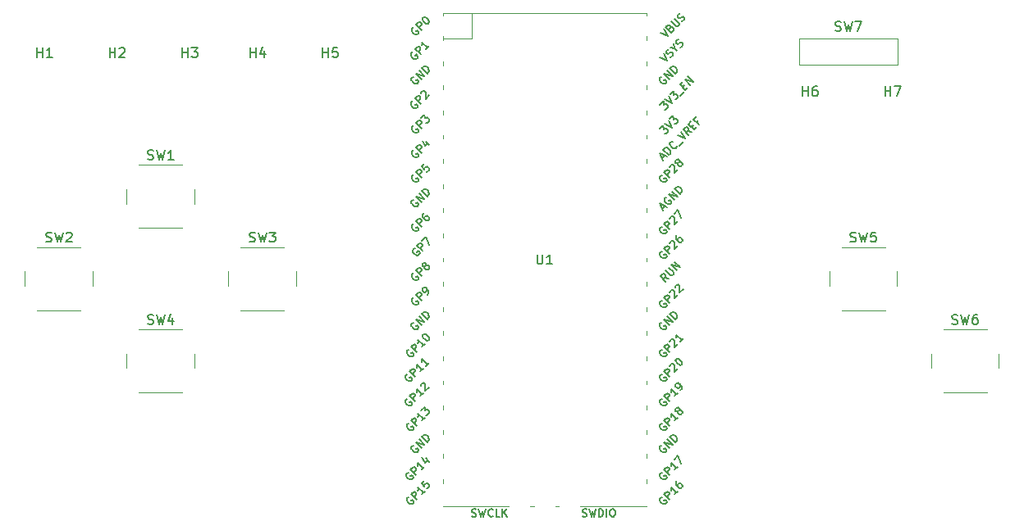
<source format=gbr>
%TF.GenerationSoftware,KiCad,Pcbnew,9.0.5*%
%TF.CreationDate,2025-11-07T13:00:18-05:00*%
%TF.ProjectId,PCB,5043422e-6b69-4636-9164-5f7063625858,rev?*%
%TF.SameCoordinates,Original*%
%TF.FileFunction,Legend,Top*%
%TF.FilePolarity,Positive*%
%FSLAX46Y46*%
G04 Gerber Fmt 4.6, Leading zero omitted, Abs format (unit mm)*
G04 Created by KiCad (PCBNEW 9.0.5) date 2025-11-07 13:00:18*
%MOMM*%
%LPD*%
G01*
G04 APERTURE LIST*
%ADD10C,0.150000*%
%ADD11C,0.120000*%
G04 APERTURE END LIST*
D10*
X69738095Y-71604819D02*
X69738095Y-70604819D01*
X69738095Y-71081009D02*
X70309523Y-71081009D01*
X70309523Y-71604819D02*
X70309523Y-70604819D01*
X71309523Y-71604819D02*
X70738095Y-71604819D01*
X71023809Y-71604819D02*
X71023809Y-70604819D01*
X71023809Y-70604819D02*
X70928571Y-70747676D01*
X70928571Y-70747676D02*
X70833333Y-70842914D01*
X70833333Y-70842914D02*
X70738095Y-70890533D01*
X81166667Y-82157200D02*
X81309524Y-82204819D01*
X81309524Y-82204819D02*
X81547619Y-82204819D01*
X81547619Y-82204819D02*
X81642857Y-82157200D01*
X81642857Y-82157200D02*
X81690476Y-82109580D01*
X81690476Y-82109580D02*
X81738095Y-82014342D01*
X81738095Y-82014342D02*
X81738095Y-81919104D01*
X81738095Y-81919104D02*
X81690476Y-81823866D01*
X81690476Y-81823866D02*
X81642857Y-81776247D01*
X81642857Y-81776247D02*
X81547619Y-81728628D01*
X81547619Y-81728628D02*
X81357143Y-81681009D01*
X81357143Y-81681009D02*
X81261905Y-81633390D01*
X81261905Y-81633390D02*
X81214286Y-81585771D01*
X81214286Y-81585771D02*
X81166667Y-81490533D01*
X81166667Y-81490533D02*
X81166667Y-81395295D01*
X81166667Y-81395295D02*
X81214286Y-81300057D01*
X81214286Y-81300057D02*
X81261905Y-81252438D01*
X81261905Y-81252438D02*
X81357143Y-81204819D01*
X81357143Y-81204819D02*
X81595238Y-81204819D01*
X81595238Y-81204819D02*
X81738095Y-81252438D01*
X82071429Y-81204819D02*
X82309524Y-82204819D01*
X82309524Y-82204819D02*
X82500000Y-81490533D01*
X82500000Y-81490533D02*
X82690476Y-82204819D01*
X82690476Y-82204819D02*
X82928572Y-81204819D01*
X83833333Y-82204819D02*
X83261905Y-82204819D01*
X83547619Y-82204819D02*
X83547619Y-81204819D01*
X83547619Y-81204819D02*
X83452381Y-81347676D01*
X83452381Y-81347676D02*
X83357143Y-81442914D01*
X83357143Y-81442914D02*
X83261905Y-81490533D01*
X91666667Y-90657200D02*
X91809524Y-90704819D01*
X91809524Y-90704819D02*
X92047619Y-90704819D01*
X92047619Y-90704819D02*
X92142857Y-90657200D01*
X92142857Y-90657200D02*
X92190476Y-90609580D01*
X92190476Y-90609580D02*
X92238095Y-90514342D01*
X92238095Y-90514342D02*
X92238095Y-90419104D01*
X92238095Y-90419104D02*
X92190476Y-90323866D01*
X92190476Y-90323866D02*
X92142857Y-90276247D01*
X92142857Y-90276247D02*
X92047619Y-90228628D01*
X92047619Y-90228628D02*
X91857143Y-90181009D01*
X91857143Y-90181009D02*
X91761905Y-90133390D01*
X91761905Y-90133390D02*
X91714286Y-90085771D01*
X91714286Y-90085771D02*
X91666667Y-89990533D01*
X91666667Y-89990533D02*
X91666667Y-89895295D01*
X91666667Y-89895295D02*
X91714286Y-89800057D01*
X91714286Y-89800057D02*
X91761905Y-89752438D01*
X91761905Y-89752438D02*
X91857143Y-89704819D01*
X91857143Y-89704819D02*
X92095238Y-89704819D01*
X92095238Y-89704819D02*
X92238095Y-89752438D01*
X92571429Y-89704819D02*
X92809524Y-90704819D01*
X92809524Y-90704819D02*
X93000000Y-89990533D01*
X93000000Y-89990533D02*
X93190476Y-90704819D01*
X93190476Y-90704819D02*
X93428572Y-89704819D01*
X93714286Y-89704819D02*
X94333333Y-89704819D01*
X94333333Y-89704819D02*
X94000000Y-90085771D01*
X94000000Y-90085771D02*
X94142857Y-90085771D01*
X94142857Y-90085771D02*
X94238095Y-90133390D01*
X94238095Y-90133390D02*
X94285714Y-90181009D01*
X94285714Y-90181009D02*
X94333333Y-90276247D01*
X94333333Y-90276247D02*
X94333333Y-90514342D01*
X94333333Y-90514342D02*
X94285714Y-90609580D01*
X94285714Y-90609580D02*
X94238095Y-90657200D01*
X94238095Y-90657200D02*
X94142857Y-90704819D01*
X94142857Y-90704819D02*
X93857143Y-90704819D01*
X93857143Y-90704819D02*
X93761905Y-90657200D01*
X93761905Y-90657200D02*
X93714286Y-90609580D01*
X152126667Y-68867200D02*
X152269524Y-68914819D01*
X152269524Y-68914819D02*
X152507619Y-68914819D01*
X152507619Y-68914819D02*
X152602857Y-68867200D01*
X152602857Y-68867200D02*
X152650476Y-68819580D01*
X152650476Y-68819580D02*
X152698095Y-68724342D01*
X152698095Y-68724342D02*
X152698095Y-68629104D01*
X152698095Y-68629104D02*
X152650476Y-68533866D01*
X152650476Y-68533866D02*
X152602857Y-68486247D01*
X152602857Y-68486247D02*
X152507619Y-68438628D01*
X152507619Y-68438628D02*
X152317143Y-68391009D01*
X152317143Y-68391009D02*
X152221905Y-68343390D01*
X152221905Y-68343390D02*
X152174286Y-68295771D01*
X152174286Y-68295771D02*
X152126667Y-68200533D01*
X152126667Y-68200533D02*
X152126667Y-68105295D01*
X152126667Y-68105295D02*
X152174286Y-68010057D01*
X152174286Y-68010057D02*
X152221905Y-67962438D01*
X152221905Y-67962438D02*
X152317143Y-67914819D01*
X152317143Y-67914819D02*
X152555238Y-67914819D01*
X152555238Y-67914819D02*
X152698095Y-67962438D01*
X153031429Y-67914819D02*
X153269524Y-68914819D01*
X153269524Y-68914819D02*
X153460000Y-68200533D01*
X153460000Y-68200533D02*
X153650476Y-68914819D01*
X153650476Y-68914819D02*
X153888572Y-67914819D01*
X154174286Y-67914819D02*
X154840952Y-67914819D01*
X154840952Y-67914819D02*
X154412381Y-68914819D01*
X153666667Y-90657200D02*
X153809524Y-90704819D01*
X153809524Y-90704819D02*
X154047619Y-90704819D01*
X154047619Y-90704819D02*
X154142857Y-90657200D01*
X154142857Y-90657200D02*
X154190476Y-90609580D01*
X154190476Y-90609580D02*
X154238095Y-90514342D01*
X154238095Y-90514342D02*
X154238095Y-90419104D01*
X154238095Y-90419104D02*
X154190476Y-90323866D01*
X154190476Y-90323866D02*
X154142857Y-90276247D01*
X154142857Y-90276247D02*
X154047619Y-90228628D01*
X154047619Y-90228628D02*
X153857143Y-90181009D01*
X153857143Y-90181009D02*
X153761905Y-90133390D01*
X153761905Y-90133390D02*
X153714286Y-90085771D01*
X153714286Y-90085771D02*
X153666667Y-89990533D01*
X153666667Y-89990533D02*
X153666667Y-89895295D01*
X153666667Y-89895295D02*
X153714286Y-89800057D01*
X153714286Y-89800057D02*
X153761905Y-89752438D01*
X153761905Y-89752438D02*
X153857143Y-89704819D01*
X153857143Y-89704819D02*
X154095238Y-89704819D01*
X154095238Y-89704819D02*
X154238095Y-89752438D01*
X154571429Y-89704819D02*
X154809524Y-90704819D01*
X154809524Y-90704819D02*
X155000000Y-89990533D01*
X155000000Y-89990533D02*
X155190476Y-90704819D01*
X155190476Y-90704819D02*
X155428572Y-89704819D01*
X156285714Y-89704819D02*
X155809524Y-89704819D01*
X155809524Y-89704819D02*
X155761905Y-90181009D01*
X155761905Y-90181009D02*
X155809524Y-90133390D01*
X155809524Y-90133390D02*
X155904762Y-90085771D01*
X155904762Y-90085771D02*
X156142857Y-90085771D01*
X156142857Y-90085771D02*
X156238095Y-90133390D01*
X156238095Y-90133390D02*
X156285714Y-90181009D01*
X156285714Y-90181009D02*
X156333333Y-90276247D01*
X156333333Y-90276247D02*
X156333333Y-90514342D01*
X156333333Y-90514342D02*
X156285714Y-90609580D01*
X156285714Y-90609580D02*
X156238095Y-90657200D01*
X156238095Y-90657200D02*
X156142857Y-90704819D01*
X156142857Y-90704819D02*
X155904762Y-90704819D01*
X155904762Y-90704819D02*
X155809524Y-90657200D01*
X155809524Y-90657200D02*
X155761905Y-90609580D01*
X70666667Y-90657200D02*
X70809524Y-90704819D01*
X70809524Y-90704819D02*
X71047619Y-90704819D01*
X71047619Y-90704819D02*
X71142857Y-90657200D01*
X71142857Y-90657200D02*
X71190476Y-90609580D01*
X71190476Y-90609580D02*
X71238095Y-90514342D01*
X71238095Y-90514342D02*
X71238095Y-90419104D01*
X71238095Y-90419104D02*
X71190476Y-90323866D01*
X71190476Y-90323866D02*
X71142857Y-90276247D01*
X71142857Y-90276247D02*
X71047619Y-90228628D01*
X71047619Y-90228628D02*
X70857143Y-90181009D01*
X70857143Y-90181009D02*
X70761905Y-90133390D01*
X70761905Y-90133390D02*
X70714286Y-90085771D01*
X70714286Y-90085771D02*
X70666667Y-89990533D01*
X70666667Y-89990533D02*
X70666667Y-89895295D01*
X70666667Y-89895295D02*
X70714286Y-89800057D01*
X70714286Y-89800057D02*
X70761905Y-89752438D01*
X70761905Y-89752438D02*
X70857143Y-89704819D01*
X70857143Y-89704819D02*
X71095238Y-89704819D01*
X71095238Y-89704819D02*
X71238095Y-89752438D01*
X71571429Y-89704819D02*
X71809524Y-90704819D01*
X71809524Y-90704819D02*
X72000000Y-89990533D01*
X72000000Y-89990533D02*
X72190476Y-90704819D01*
X72190476Y-90704819D02*
X72428572Y-89704819D01*
X72761905Y-89800057D02*
X72809524Y-89752438D01*
X72809524Y-89752438D02*
X72904762Y-89704819D01*
X72904762Y-89704819D02*
X73142857Y-89704819D01*
X73142857Y-89704819D02*
X73238095Y-89752438D01*
X73238095Y-89752438D02*
X73285714Y-89800057D01*
X73285714Y-89800057D02*
X73333333Y-89895295D01*
X73333333Y-89895295D02*
X73333333Y-89990533D01*
X73333333Y-89990533D02*
X73285714Y-90133390D01*
X73285714Y-90133390D02*
X72714286Y-90704819D01*
X72714286Y-90704819D02*
X73333333Y-90704819D01*
X91738095Y-71604819D02*
X91738095Y-70604819D01*
X91738095Y-71081009D02*
X92309523Y-71081009D01*
X92309523Y-71604819D02*
X92309523Y-70604819D01*
X93214285Y-70938152D02*
X93214285Y-71604819D01*
X92976190Y-70557200D02*
X92738095Y-71271485D01*
X92738095Y-71271485D02*
X93357142Y-71271485D01*
X164166667Y-99157200D02*
X164309524Y-99204819D01*
X164309524Y-99204819D02*
X164547619Y-99204819D01*
X164547619Y-99204819D02*
X164642857Y-99157200D01*
X164642857Y-99157200D02*
X164690476Y-99109580D01*
X164690476Y-99109580D02*
X164738095Y-99014342D01*
X164738095Y-99014342D02*
X164738095Y-98919104D01*
X164738095Y-98919104D02*
X164690476Y-98823866D01*
X164690476Y-98823866D02*
X164642857Y-98776247D01*
X164642857Y-98776247D02*
X164547619Y-98728628D01*
X164547619Y-98728628D02*
X164357143Y-98681009D01*
X164357143Y-98681009D02*
X164261905Y-98633390D01*
X164261905Y-98633390D02*
X164214286Y-98585771D01*
X164214286Y-98585771D02*
X164166667Y-98490533D01*
X164166667Y-98490533D02*
X164166667Y-98395295D01*
X164166667Y-98395295D02*
X164214286Y-98300057D01*
X164214286Y-98300057D02*
X164261905Y-98252438D01*
X164261905Y-98252438D02*
X164357143Y-98204819D01*
X164357143Y-98204819D02*
X164595238Y-98204819D01*
X164595238Y-98204819D02*
X164738095Y-98252438D01*
X165071429Y-98204819D02*
X165309524Y-99204819D01*
X165309524Y-99204819D02*
X165500000Y-98490533D01*
X165500000Y-98490533D02*
X165690476Y-99204819D01*
X165690476Y-99204819D02*
X165928572Y-98204819D01*
X166738095Y-98204819D02*
X166547619Y-98204819D01*
X166547619Y-98204819D02*
X166452381Y-98252438D01*
X166452381Y-98252438D02*
X166404762Y-98300057D01*
X166404762Y-98300057D02*
X166309524Y-98442914D01*
X166309524Y-98442914D02*
X166261905Y-98633390D01*
X166261905Y-98633390D02*
X166261905Y-99014342D01*
X166261905Y-99014342D02*
X166309524Y-99109580D01*
X166309524Y-99109580D02*
X166357143Y-99157200D01*
X166357143Y-99157200D02*
X166452381Y-99204819D01*
X166452381Y-99204819D02*
X166642857Y-99204819D01*
X166642857Y-99204819D02*
X166738095Y-99157200D01*
X166738095Y-99157200D02*
X166785714Y-99109580D01*
X166785714Y-99109580D02*
X166833333Y-99014342D01*
X166833333Y-99014342D02*
X166833333Y-98776247D01*
X166833333Y-98776247D02*
X166785714Y-98681009D01*
X166785714Y-98681009D02*
X166738095Y-98633390D01*
X166738095Y-98633390D02*
X166642857Y-98585771D01*
X166642857Y-98585771D02*
X166452381Y-98585771D01*
X166452381Y-98585771D02*
X166357143Y-98633390D01*
X166357143Y-98633390D02*
X166309524Y-98681009D01*
X166309524Y-98681009D02*
X166261905Y-98776247D01*
X81166667Y-99157200D02*
X81309524Y-99204819D01*
X81309524Y-99204819D02*
X81547619Y-99204819D01*
X81547619Y-99204819D02*
X81642857Y-99157200D01*
X81642857Y-99157200D02*
X81690476Y-99109580D01*
X81690476Y-99109580D02*
X81738095Y-99014342D01*
X81738095Y-99014342D02*
X81738095Y-98919104D01*
X81738095Y-98919104D02*
X81690476Y-98823866D01*
X81690476Y-98823866D02*
X81642857Y-98776247D01*
X81642857Y-98776247D02*
X81547619Y-98728628D01*
X81547619Y-98728628D02*
X81357143Y-98681009D01*
X81357143Y-98681009D02*
X81261905Y-98633390D01*
X81261905Y-98633390D02*
X81214286Y-98585771D01*
X81214286Y-98585771D02*
X81166667Y-98490533D01*
X81166667Y-98490533D02*
X81166667Y-98395295D01*
X81166667Y-98395295D02*
X81214286Y-98300057D01*
X81214286Y-98300057D02*
X81261905Y-98252438D01*
X81261905Y-98252438D02*
X81357143Y-98204819D01*
X81357143Y-98204819D02*
X81595238Y-98204819D01*
X81595238Y-98204819D02*
X81738095Y-98252438D01*
X82071429Y-98204819D02*
X82309524Y-99204819D01*
X82309524Y-99204819D02*
X82500000Y-98490533D01*
X82500000Y-98490533D02*
X82690476Y-99204819D01*
X82690476Y-99204819D02*
X82928572Y-98204819D01*
X83738095Y-98538152D02*
X83738095Y-99204819D01*
X83500000Y-98157200D02*
X83261905Y-98871485D01*
X83261905Y-98871485D02*
X83880952Y-98871485D01*
X148738095Y-75604819D02*
X148738095Y-74604819D01*
X148738095Y-75081009D02*
X149309523Y-75081009D01*
X149309523Y-75604819D02*
X149309523Y-74604819D01*
X150214285Y-74604819D02*
X150023809Y-74604819D01*
X150023809Y-74604819D02*
X149928571Y-74652438D01*
X149928571Y-74652438D02*
X149880952Y-74700057D01*
X149880952Y-74700057D02*
X149785714Y-74842914D01*
X149785714Y-74842914D02*
X149738095Y-75033390D01*
X149738095Y-75033390D02*
X149738095Y-75414342D01*
X149738095Y-75414342D02*
X149785714Y-75509580D01*
X149785714Y-75509580D02*
X149833333Y-75557200D01*
X149833333Y-75557200D02*
X149928571Y-75604819D01*
X149928571Y-75604819D02*
X150119047Y-75604819D01*
X150119047Y-75604819D02*
X150214285Y-75557200D01*
X150214285Y-75557200D02*
X150261904Y-75509580D01*
X150261904Y-75509580D02*
X150309523Y-75414342D01*
X150309523Y-75414342D02*
X150309523Y-75176247D01*
X150309523Y-75176247D02*
X150261904Y-75081009D01*
X150261904Y-75081009D02*
X150214285Y-75033390D01*
X150214285Y-75033390D02*
X150119047Y-74985771D01*
X150119047Y-74985771D02*
X149928571Y-74985771D01*
X149928571Y-74985771D02*
X149833333Y-75033390D01*
X149833333Y-75033390D02*
X149785714Y-75081009D01*
X149785714Y-75081009D02*
X149738095Y-75176247D01*
X121348095Y-91984819D02*
X121348095Y-92794342D01*
X121348095Y-92794342D02*
X121395714Y-92889580D01*
X121395714Y-92889580D02*
X121443333Y-92937200D01*
X121443333Y-92937200D02*
X121538571Y-92984819D01*
X121538571Y-92984819D02*
X121729047Y-92984819D01*
X121729047Y-92984819D02*
X121824285Y-92937200D01*
X121824285Y-92937200D02*
X121871904Y-92889580D01*
X121871904Y-92889580D02*
X121919523Y-92794342D01*
X121919523Y-92794342D02*
X121919523Y-91984819D01*
X122919523Y-92984819D02*
X122348095Y-92984819D01*
X122633809Y-92984819D02*
X122633809Y-91984819D01*
X122633809Y-91984819D02*
X122538571Y-92127676D01*
X122538571Y-92127676D02*
X122443333Y-92222914D01*
X122443333Y-92222914D02*
X122348095Y-92270533D01*
X134207998Y-109430868D02*
X134127185Y-109457805D01*
X134127185Y-109457805D02*
X134046373Y-109538618D01*
X134046373Y-109538618D02*
X133992498Y-109646367D01*
X133992498Y-109646367D02*
X133992498Y-109754117D01*
X133992498Y-109754117D02*
X134019436Y-109834929D01*
X134019436Y-109834929D02*
X134100248Y-109969616D01*
X134100248Y-109969616D02*
X134181060Y-110050428D01*
X134181060Y-110050428D02*
X134315747Y-110131241D01*
X134315747Y-110131241D02*
X134396560Y-110158178D01*
X134396560Y-110158178D02*
X134504309Y-110158178D01*
X134504309Y-110158178D02*
X134612059Y-110104303D01*
X134612059Y-110104303D02*
X134665934Y-110050428D01*
X134665934Y-110050428D02*
X134719808Y-109942679D01*
X134719808Y-109942679D02*
X134719808Y-109888804D01*
X134719808Y-109888804D02*
X134531247Y-109700242D01*
X134531247Y-109700242D02*
X134423497Y-109807992D01*
X135016120Y-109700242D02*
X134450434Y-109134557D01*
X134450434Y-109134557D02*
X134665934Y-108919057D01*
X134665934Y-108919057D02*
X134746746Y-108892120D01*
X134746746Y-108892120D02*
X134800621Y-108892120D01*
X134800621Y-108892120D02*
X134881433Y-108919057D01*
X134881433Y-108919057D02*
X134962245Y-108999870D01*
X134962245Y-108999870D02*
X134989182Y-109080682D01*
X134989182Y-109080682D02*
X134989182Y-109134557D01*
X134989182Y-109134557D02*
X134962245Y-109215369D01*
X134962245Y-109215369D02*
X134746746Y-109430868D01*
X135878117Y-108838245D02*
X135554868Y-109161494D01*
X135716492Y-108999870D02*
X135150807Y-108434184D01*
X135150807Y-108434184D02*
X135177744Y-108568871D01*
X135177744Y-108568871D02*
X135177744Y-108676621D01*
X135177744Y-108676621D02*
X135150807Y-108757433D01*
X135878117Y-108191747D02*
X135797305Y-108218685D01*
X135797305Y-108218685D02*
X135743430Y-108218685D01*
X135743430Y-108218685D02*
X135662618Y-108191747D01*
X135662618Y-108191747D02*
X135635680Y-108164810D01*
X135635680Y-108164810D02*
X135608743Y-108083998D01*
X135608743Y-108083998D02*
X135608743Y-108030123D01*
X135608743Y-108030123D02*
X135635680Y-107949311D01*
X135635680Y-107949311D02*
X135743430Y-107841561D01*
X135743430Y-107841561D02*
X135824242Y-107814624D01*
X135824242Y-107814624D02*
X135878117Y-107814624D01*
X135878117Y-107814624D02*
X135958929Y-107841561D01*
X135958929Y-107841561D02*
X135985866Y-107868499D01*
X135985866Y-107868499D02*
X136012804Y-107949311D01*
X136012804Y-107949311D02*
X136012804Y-108003186D01*
X136012804Y-108003186D02*
X135985866Y-108083998D01*
X135985866Y-108083998D02*
X135878117Y-108191747D01*
X135878117Y-108191747D02*
X135851179Y-108272560D01*
X135851179Y-108272560D02*
X135851179Y-108326434D01*
X135851179Y-108326434D02*
X135878117Y-108407247D01*
X135878117Y-108407247D02*
X135985866Y-108514996D01*
X135985866Y-108514996D02*
X136066679Y-108541934D01*
X136066679Y-108541934D02*
X136120553Y-108541934D01*
X136120553Y-108541934D02*
X136201366Y-108514996D01*
X136201366Y-108514996D02*
X136309115Y-108407247D01*
X136309115Y-108407247D02*
X136336053Y-108326434D01*
X136336053Y-108326434D02*
X136336053Y-108272560D01*
X136336053Y-108272560D02*
X136309115Y-108191747D01*
X136309115Y-108191747D02*
X136201366Y-108083998D01*
X136201366Y-108083998D02*
X136120553Y-108057060D01*
X136120553Y-108057060D02*
X136066679Y-108057060D01*
X136066679Y-108057060D02*
X135985866Y-108083998D01*
X108623372Y-81221494D02*
X108542560Y-81248431D01*
X108542560Y-81248431D02*
X108461748Y-81329243D01*
X108461748Y-81329243D02*
X108407873Y-81436993D01*
X108407873Y-81436993D02*
X108407873Y-81544742D01*
X108407873Y-81544742D02*
X108434810Y-81625555D01*
X108434810Y-81625555D02*
X108515623Y-81760242D01*
X108515623Y-81760242D02*
X108596435Y-81841054D01*
X108596435Y-81841054D02*
X108731122Y-81921866D01*
X108731122Y-81921866D02*
X108811934Y-81948803D01*
X108811934Y-81948803D02*
X108919684Y-81948803D01*
X108919684Y-81948803D02*
X109027433Y-81894929D01*
X109027433Y-81894929D02*
X109081308Y-81841054D01*
X109081308Y-81841054D02*
X109135183Y-81733304D01*
X109135183Y-81733304D02*
X109135183Y-81679429D01*
X109135183Y-81679429D02*
X108946621Y-81490868D01*
X108946621Y-81490868D02*
X108838871Y-81598617D01*
X109431494Y-81490868D02*
X108865809Y-80925182D01*
X108865809Y-80925182D02*
X109081308Y-80709683D01*
X109081308Y-80709683D02*
X109162120Y-80682746D01*
X109162120Y-80682746D02*
X109215995Y-80682746D01*
X109215995Y-80682746D02*
X109296807Y-80709683D01*
X109296807Y-80709683D02*
X109377619Y-80790495D01*
X109377619Y-80790495D02*
X109404557Y-80871307D01*
X109404557Y-80871307D02*
X109404557Y-80925182D01*
X109404557Y-80925182D02*
X109377619Y-81005994D01*
X109377619Y-81005994D02*
X109162120Y-81221494D01*
X109862493Y-80305622D02*
X110239616Y-80682746D01*
X109512306Y-80224810D02*
X109781680Y-80763558D01*
X109781680Y-80763558D02*
X110131867Y-80413372D01*
X108623372Y-68521494D02*
X108542560Y-68548431D01*
X108542560Y-68548431D02*
X108461748Y-68629243D01*
X108461748Y-68629243D02*
X108407873Y-68736993D01*
X108407873Y-68736993D02*
X108407873Y-68844742D01*
X108407873Y-68844742D02*
X108434810Y-68925555D01*
X108434810Y-68925555D02*
X108515623Y-69060242D01*
X108515623Y-69060242D02*
X108596435Y-69141054D01*
X108596435Y-69141054D02*
X108731122Y-69221866D01*
X108731122Y-69221866D02*
X108811934Y-69248803D01*
X108811934Y-69248803D02*
X108919684Y-69248803D01*
X108919684Y-69248803D02*
X109027433Y-69194929D01*
X109027433Y-69194929D02*
X109081308Y-69141054D01*
X109081308Y-69141054D02*
X109135183Y-69033304D01*
X109135183Y-69033304D02*
X109135183Y-68979429D01*
X109135183Y-68979429D02*
X108946621Y-68790868D01*
X108946621Y-68790868D02*
X108838871Y-68898617D01*
X109431494Y-68790868D02*
X108865809Y-68225182D01*
X108865809Y-68225182D02*
X109081308Y-68009683D01*
X109081308Y-68009683D02*
X109162120Y-67982746D01*
X109162120Y-67982746D02*
X109215995Y-67982746D01*
X109215995Y-67982746D02*
X109296807Y-68009683D01*
X109296807Y-68009683D02*
X109377619Y-68090495D01*
X109377619Y-68090495D02*
X109404557Y-68171307D01*
X109404557Y-68171307D02*
X109404557Y-68225182D01*
X109404557Y-68225182D02*
X109377619Y-68305994D01*
X109377619Y-68305994D02*
X109162120Y-68521494D01*
X109539244Y-67551747D02*
X109593119Y-67497872D01*
X109593119Y-67497872D02*
X109673931Y-67470935D01*
X109673931Y-67470935D02*
X109727806Y-67470935D01*
X109727806Y-67470935D02*
X109808618Y-67497872D01*
X109808618Y-67497872D02*
X109943305Y-67578685D01*
X109943305Y-67578685D02*
X110077992Y-67713372D01*
X110077992Y-67713372D02*
X110158804Y-67848059D01*
X110158804Y-67848059D02*
X110185741Y-67928871D01*
X110185741Y-67928871D02*
X110185741Y-67982746D01*
X110185741Y-67982746D02*
X110158804Y-68063558D01*
X110158804Y-68063558D02*
X110104929Y-68117433D01*
X110104929Y-68117433D02*
X110024117Y-68144370D01*
X110024117Y-68144370D02*
X109970242Y-68144370D01*
X109970242Y-68144370D02*
X109889430Y-68117433D01*
X109889430Y-68117433D02*
X109754743Y-68036620D01*
X109754743Y-68036620D02*
X109620056Y-67901933D01*
X109620056Y-67901933D02*
X109539244Y-67767246D01*
X109539244Y-67767246D02*
X109512306Y-67686434D01*
X109512306Y-67686434D02*
X109512306Y-67632559D01*
X109512306Y-67632559D02*
X109539244Y-67551747D01*
X108099998Y-117050868D02*
X108019185Y-117077805D01*
X108019185Y-117077805D02*
X107938373Y-117158618D01*
X107938373Y-117158618D02*
X107884498Y-117266367D01*
X107884498Y-117266367D02*
X107884498Y-117374117D01*
X107884498Y-117374117D02*
X107911436Y-117454929D01*
X107911436Y-117454929D02*
X107992248Y-117589616D01*
X107992248Y-117589616D02*
X108073060Y-117670428D01*
X108073060Y-117670428D02*
X108207747Y-117751241D01*
X108207747Y-117751241D02*
X108288560Y-117778178D01*
X108288560Y-117778178D02*
X108396309Y-117778178D01*
X108396309Y-117778178D02*
X108504059Y-117724303D01*
X108504059Y-117724303D02*
X108557934Y-117670428D01*
X108557934Y-117670428D02*
X108611808Y-117562679D01*
X108611808Y-117562679D02*
X108611808Y-117508804D01*
X108611808Y-117508804D02*
X108423247Y-117320242D01*
X108423247Y-117320242D02*
X108315497Y-117427992D01*
X108908120Y-117320242D02*
X108342434Y-116754557D01*
X108342434Y-116754557D02*
X108557934Y-116539057D01*
X108557934Y-116539057D02*
X108638746Y-116512120D01*
X108638746Y-116512120D02*
X108692621Y-116512120D01*
X108692621Y-116512120D02*
X108773433Y-116539057D01*
X108773433Y-116539057D02*
X108854245Y-116619870D01*
X108854245Y-116619870D02*
X108881182Y-116700682D01*
X108881182Y-116700682D02*
X108881182Y-116754557D01*
X108881182Y-116754557D02*
X108854245Y-116835369D01*
X108854245Y-116835369D02*
X108638746Y-117050868D01*
X109770117Y-116458245D02*
X109446868Y-116781494D01*
X109608492Y-116619870D02*
X109042807Y-116054184D01*
X109042807Y-116054184D02*
X109069744Y-116188871D01*
X109069744Y-116188871D02*
X109069744Y-116296621D01*
X109069744Y-116296621D02*
X109042807Y-116377433D01*
X109716242Y-115380749D02*
X109446868Y-115650123D01*
X109446868Y-115650123D02*
X109689305Y-115946434D01*
X109689305Y-115946434D02*
X109689305Y-115892560D01*
X109689305Y-115892560D02*
X109716242Y-115811747D01*
X109716242Y-115811747D02*
X109850929Y-115677060D01*
X109850929Y-115677060D02*
X109931741Y-115650123D01*
X109931741Y-115650123D02*
X109985616Y-115650123D01*
X109985616Y-115650123D02*
X110066428Y-115677060D01*
X110066428Y-115677060D02*
X110201115Y-115811747D01*
X110201115Y-115811747D02*
X110228053Y-115892560D01*
X110228053Y-115892560D02*
X110228053Y-115946434D01*
X110228053Y-115946434D02*
X110201115Y-116027247D01*
X110201115Y-116027247D02*
X110066428Y-116161934D01*
X110066428Y-116161934D02*
X109985616Y-116188871D01*
X109985616Y-116188871D02*
X109931741Y-116188871D01*
X107953998Y-106890868D02*
X107873185Y-106917805D01*
X107873185Y-106917805D02*
X107792373Y-106998618D01*
X107792373Y-106998618D02*
X107738498Y-107106367D01*
X107738498Y-107106367D02*
X107738498Y-107214117D01*
X107738498Y-107214117D02*
X107765436Y-107294929D01*
X107765436Y-107294929D02*
X107846248Y-107429616D01*
X107846248Y-107429616D02*
X107927060Y-107510428D01*
X107927060Y-107510428D02*
X108061747Y-107591241D01*
X108061747Y-107591241D02*
X108142560Y-107618178D01*
X108142560Y-107618178D02*
X108250309Y-107618178D01*
X108250309Y-107618178D02*
X108358059Y-107564303D01*
X108358059Y-107564303D02*
X108411934Y-107510428D01*
X108411934Y-107510428D02*
X108465808Y-107402679D01*
X108465808Y-107402679D02*
X108465808Y-107348804D01*
X108465808Y-107348804D02*
X108277247Y-107160242D01*
X108277247Y-107160242D02*
X108169497Y-107267992D01*
X108762120Y-107160242D02*
X108196434Y-106594557D01*
X108196434Y-106594557D02*
X108411934Y-106379057D01*
X108411934Y-106379057D02*
X108492746Y-106352120D01*
X108492746Y-106352120D02*
X108546621Y-106352120D01*
X108546621Y-106352120D02*
X108627433Y-106379057D01*
X108627433Y-106379057D02*
X108708245Y-106459870D01*
X108708245Y-106459870D02*
X108735182Y-106540682D01*
X108735182Y-106540682D02*
X108735182Y-106594557D01*
X108735182Y-106594557D02*
X108708245Y-106675369D01*
X108708245Y-106675369D02*
X108492746Y-106890868D01*
X109624117Y-106298245D02*
X109300868Y-106621494D01*
X109462492Y-106459870D02*
X108896807Y-105894184D01*
X108896807Y-105894184D02*
X108923744Y-106028871D01*
X108923744Y-106028871D02*
X108923744Y-106136621D01*
X108923744Y-106136621D02*
X108896807Y-106217433D01*
X109327805Y-105570935D02*
X109327805Y-105517060D01*
X109327805Y-105517060D02*
X109354743Y-105436248D01*
X109354743Y-105436248D02*
X109489430Y-105301561D01*
X109489430Y-105301561D02*
X109570242Y-105274624D01*
X109570242Y-105274624D02*
X109624117Y-105274624D01*
X109624117Y-105274624D02*
X109704929Y-105301561D01*
X109704929Y-105301561D02*
X109758804Y-105355436D01*
X109758804Y-105355436D02*
X109812679Y-105463186D01*
X109812679Y-105463186D02*
X109812679Y-106109683D01*
X109812679Y-106109683D02*
X110162865Y-105759497D01*
X134207998Y-101820868D02*
X134127185Y-101847805D01*
X134127185Y-101847805D02*
X134046373Y-101928618D01*
X134046373Y-101928618D02*
X133992498Y-102036367D01*
X133992498Y-102036367D02*
X133992498Y-102144117D01*
X133992498Y-102144117D02*
X134019436Y-102224929D01*
X134019436Y-102224929D02*
X134100248Y-102359616D01*
X134100248Y-102359616D02*
X134181060Y-102440428D01*
X134181060Y-102440428D02*
X134315747Y-102521241D01*
X134315747Y-102521241D02*
X134396560Y-102548178D01*
X134396560Y-102548178D02*
X134504309Y-102548178D01*
X134504309Y-102548178D02*
X134612059Y-102494303D01*
X134612059Y-102494303D02*
X134665934Y-102440428D01*
X134665934Y-102440428D02*
X134719808Y-102332679D01*
X134719808Y-102332679D02*
X134719808Y-102278804D01*
X134719808Y-102278804D02*
X134531247Y-102090242D01*
X134531247Y-102090242D02*
X134423497Y-102197992D01*
X135016120Y-102090242D02*
X134450434Y-101524557D01*
X134450434Y-101524557D02*
X134665934Y-101309057D01*
X134665934Y-101309057D02*
X134746746Y-101282120D01*
X134746746Y-101282120D02*
X134800621Y-101282120D01*
X134800621Y-101282120D02*
X134881433Y-101309057D01*
X134881433Y-101309057D02*
X134962245Y-101389870D01*
X134962245Y-101389870D02*
X134989182Y-101470682D01*
X134989182Y-101470682D02*
X134989182Y-101524557D01*
X134989182Y-101524557D02*
X134962245Y-101605369D01*
X134962245Y-101605369D02*
X134746746Y-101820868D01*
X135043057Y-101039683D02*
X135043057Y-100985809D01*
X135043057Y-100985809D02*
X135069995Y-100904996D01*
X135069995Y-100904996D02*
X135204682Y-100770309D01*
X135204682Y-100770309D02*
X135285494Y-100743372D01*
X135285494Y-100743372D02*
X135339369Y-100743372D01*
X135339369Y-100743372D02*
X135420181Y-100770309D01*
X135420181Y-100770309D02*
X135474056Y-100824184D01*
X135474056Y-100824184D02*
X135527930Y-100931934D01*
X135527930Y-100931934D02*
X135527930Y-101578431D01*
X135527930Y-101578431D02*
X135878117Y-101228245D01*
X136416865Y-100689497D02*
X136093616Y-101012746D01*
X136255240Y-100851121D02*
X135689555Y-100285436D01*
X135689555Y-100285436D02*
X135716492Y-100420123D01*
X135716492Y-100420123D02*
X135716492Y-100527873D01*
X135716492Y-100527873D02*
X135689555Y-100608685D01*
X126014761Y-119054200D02*
X126129047Y-119092295D01*
X126129047Y-119092295D02*
X126319523Y-119092295D01*
X126319523Y-119092295D02*
X126395714Y-119054200D01*
X126395714Y-119054200D02*
X126433809Y-119016104D01*
X126433809Y-119016104D02*
X126471904Y-118939914D01*
X126471904Y-118939914D02*
X126471904Y-118863723D01*
X126471904Y-118863723D02*
X126433809Y-118787533D01*
X126433809Y-118787533D02*
X126395714Y-118749438D01*
X126395714Y-118749438D02*
X126319523Y-118711342D01*
X126319523Y-118711342D02*
X126167142Y-118673247D01*
X126167142Y-118673247D02*
X126090952Y-118635152D01*
X126090952Y-118635152D02*
X126052857Y-118597057D01*
X126052857Y-118597057D02*
X126014761Y-118520866D01*
X126014761Y-118520866D02*
X126014761Y-118444676D01*
X126014761Y-118444676D02*
X126052857Y-118368485D01*
X126052857Y-118368485D02*
X126090952Y-118330390D01*
X126090952Y-118330390D02*
X126167142Y-118292295D01*
X126167142Y-118292295D02*
X126357619Y-118292295D01*
X126357619Y-118292295D02*
X126471904Y-118330390D01*
X126738571Y-118292295D02*
X126929047Y-119092295D01*
X126929047Y-119092295D02*
X127081428Y-118520866D01*
X127081428Y-118520866D02*
X127233809Y-119092295D01*
X127233809Y-119092295D02*
X127424286Y-118292295D01*
X127729048Y-119092295D02*
X127729048Y-118292295D01*
X127729048Y-118292295D02*
X127919524Y-118292295D01*
X127919524Y-118292295D02*
X128033810Y-118330390D01*
X128033810Y-118330390D02*
X128110000Y-118406580D01*
X128110000Y-118406580D02*
X128148095Y-118482771D01*
X128148095Y-118482771D02*
X128186191Y-118635152D01*
X128186191Y-118635152D02*
X128186191Y-118749438D01*
X128186191Y-118749438D02*
X128148095Y-118901819D01*
X128148095Y-118901819D02*
X128110000Y-118978009D01*
X128110000Y-118978009D02*
X128033810Y-119054200D01*
X128033810Y-119054200D02*
X127919524Y-119092295D01*
X127919524Y-119092295D02*
X127729048Y-119092295D01*
X128529048Y-119092295D02*
X128529048Y-118292295D01*
X129062381Y-118292295D02*
X129214762Y-118292295D01*
X129214762Y-118292295D02*
X129290952Y-118330390D01*
X129290952Y-118330390D02*
X129367143Y-118406580D01*
X129367143Y-118406580D02*
X129405238Y-118558961D01*
X129405238Y-118558961D02*
X129405238Y-118825628D01*
X129405238Y-118825628D02*
X129367143Y-118978009D01*
X129367143Y-118978009D02*
X129290952Y-119054200D01*
X129290952Y-119054200D02*
X129214762Y-119092295D01*
X129214762Y-119092295D02*
X129062381Y-119092295D01*
X129062381Y-119092295D02*
X128986190Y-119054200D01*
X128986190Y-119054200D02*
X128910000Y-118978009D01*
X128910000Y-118978009D02*
X128871904Y-118825628D01*
X128871904Y-118825628D02*
X128871904Y-118558961D01*
X128871904Y-118558961D02*
X128910000Y-118406580D01*
X128910000Y-118406580D02*
X128986190Y-118330390D01*
X128986190Y-118330390D02*
X129062381Y-118292295D01*
X134207998Y-89120868D02*
X134127185Y-89147805D01*
X134127185Y-89147805D02*
X134046373Y-89228618D01*
X134046373Y-89228618D02*
X133992498Y-89336367D01*
X133992498Y-89336367D02*
X133992498Y-89444117D01*
X133992498Y-89444117D02*
X134019436Y-89524929D01*
X134019436Y-89524929D02*
X134100248Y-89659616D01*
X134100248Y-89659616D02*
X134181060Y-89740428D01*
X134181060Y-89740428D02*
X134315747Y-89821241D01*
X134315747Y-89821241D02*
X134396560Y-89848178D01*
X134396560Y-89848178D02*
X134504309Y-89848178D01*
X134504309Y-89848178D02*
X134612059Y-89794303D01*
X134612059Y-89794303D02*
X134665934Y-89740428D01*
X134665934Y-89740428D02*
X134719808Y-89632679D01*
X134719808Y-89632679D02*
X134719808Y-89578804D01*
X134719808Y-89578804D02*
X134531247Y-89390242D01*
X134531247Y-89390242D02*
X134423497Y-89497992D01*
X135016120Y-89390242D02*
X134450434Y-88824557D01*
X134450434Y-88824557D02*
X134665934Y-88609057D01*
X134665934Y-88609057D02*
X134746746Y-88582120D01*
X134746746Y-88582120D02*
X134800621Y-88582120D01*
X134800621Y-88582120D02*
X134881433Y-88609057D01*
X134881433Y-88609057D02*
X134962245Y-88689870D01*
X134962245Y-88689870D02*
X134989182Y-88770682D01*
X134989182Y-88770682D02*
X134989182Y-88824557D01*
X134989182Y-88824557D02*
X134962245Y-88905369D01*
X134962245Y-88905369D02*
X134746746Y-89120868D01*
X135043057Y-88339683D02*
X135043057Y-88285809D01*
X135043057Y-88285809D02*
X135069995Y-88204996D01*
X135069995Y-88204996D02*
X135204682Y-88070309D01*
X135204682Y-88070309D02*
X135285494Y-88043372D01*
X135285494Y-88043372D02*
X135339369Y-88043372D01*
X135339369Y-88043372D02*
X135420181Y-88070309D01*
X135420181Y-88070309D02*
X135474056Y-88124184D01*
X135474056Y-88124184D02*
X135527930Y-88231934D01*
X135527930Y-88231934D02*
X135527930Y-88878431D01*
X135527930Y-88878431D02*
X135878117Y-88528245D01*
X135500993Y-87773998D02*
X135878117Y-87396874D01*
X135878117Y-87396874D02*
X136201366Y-88204996D01*
X108596435Y-73628431D02*
X108515623Y-73655368D01*
X108515623Y-73655368D02*
X108434811Y-73736180D01*
X108434811Y-73736180D02*
X108380936Y-73843930D01*
X108380936Y-73843930D02*
X108380936Y-73951680D01*
X108380936Y-73951680D02*
X108407873Y-74032492D01*
X108407873Y-74032492D02*
X108488685Y-74167179D01*
X108488685Y-74167179D02*
X108569498Y-74247991D01*
X108569498Y-74247991D02*
X108704185Y-74328803D01*
X108704185Y-74328803D02*
X108784997Y-74355741D01*
X108784997Y-74355741D02*
X108892746Y-74355741D01*
X108892746Y-74355741D02*
X109000496Y-74301866D01*
X109000496Y-74301866D02*
X109054371Y-74247991D01*
X109054371Y-74247991D02*
X109108246Y-74140241D01*
X109108246Y-74140241D02*
X109108246Y-74086367D01*
X109108246Y-74086367D02*
X108919684Y-73897805D01*
X108919684Y-73897805D02*
X108811934Y-74005554D01*
X109404557Y-73897805D02*
X108838872Y-73332119D01*
X108838872Y-73332119D02*
X109727806Y-73574556D01*
X109727806Y-73574556D02*
X109162120Y-73008871D01*
X109997180Y-73305182D02*
X109431494Y-72739497D01*
X109431494Y-72739497D02*
X109566181Y-72604810D01*
X109566181Y-72604810D02*
X109673931Y-72550935D01*
X109673931Y-72550935D02*
X109781680Y-72550935D01*
X109781680Y-72550935D02*
X109862493Y-72577872D01*
X109862493Y-72577872D02*
X109997180Y-72658685D01*
X109997180Y-72658685D02*
X110077992Y-72739497D01*
X110077992Y-72739497D02*
X110158804Y-72874184D01*
X110158804Y-72874184D02*
X110185741Y-72954996D01*
X110185741Y-72954996D02*
X110185741Y-73062746D01*
X110185741Y-73062746D02*
X110131867Y-73170495D01*
X110131867Y-73170495D02*
X109997180Y-73305182D01*
X108623372Y-88841494D02*
X108542560Y-88868431D01*
X108542560Y-88868431D02*
X108461748Y-88949243D01*
X108461748Y-88949243D02*
X108407873Y-89056993D01*
X108407873Y-89056993D02*
X108407873Y-89164742D01*
X108407873Y-89164742D02*
X108434810Y-89245555D01*
X108434810Y-89245555D02*
X108515623Y-89380242D01*
X108515623Y-89380242D02*
X108596435Y-89461054D01*
X108596435Y-89461054D02*
X108731122Y-89541866D01*
X108731122Y-89541866D02*
X108811934Y-89568803D01*
X108811934Y-89568803D02*
X108919684Y-89568803D01*
X108919684Y-89568803D02*
X109027433Y-89514929D01*
X109027433Y-89514929D02*
X109081308Y-89461054D01*
X109081308Y-89461054D02*
X109135183Y-89353304D01*
X109135183Y-89353304D02*
X109135183Y-89299429D01*
X109135183Y-89299429D02*
X108946621Y-89110868D01*
X108946621Y-89110868D02*
X108838871Y-89218617D01*
X109431494Y-89110868D02*
X108865809Y-88545182D01*
X108865809Y-88545182D02*
X109081308Y-88329683D01*
X109081308Y-88329683D02*
X109162120Y-88302746D01*
X109162120Y-88302746D02*
X109215995Y-88302746D01*
X109215995Y-88302746D02*
X109296807Y-88329683D01*
X109296807Y-88329683D02*
X109377619Y-88410495D01*
X109377619Y-88410495D02*
X109404557Y-88491307D01*
X109404557Y-88491307D02*
X109404557Y-88545182D01*
X109404557Y-88545182D02*
X109377619Y-88625994D01*
X109377619Y-88625994D02*
X109162120Y-88841494D01*
X109673931Y-87737060D02*
X109566181Y-87844810D01*
X109566181Y-87844810D02*
X109539244Y-87925622D01*
X109539244Y-87925622D02*
X109539244Y-87979497D01*
X109539244Y-87979497D02*
X109566181Y-88114184D01*
X109566181Y-88114184D02*
X109646993Y-88248871D01*
X109646993Y-88248871D02*
X109862493Y-88464370D01*
X109862493Y-88464370D02*
X109943305Y-88491307D01*
X109943305Y-88491307D02*
X109997180Y-88491307D01*
X109997180Y-88491307D02*
X110077992Y-88464370D01*
X110077992Y-88464370D02*
X110185741Y-88356620D01*
X110185741Y-88356620D02*
X110212679Y-88275808D01*
X110212679Y-88275808D02*
X110212679Y-88221933D01*
X110212679Y-88221933D02*
X110185741Y-88141121D01*
X110185741Y-88141121D02*
X110051054Y-88006434D01*
X110051054Y-88006434D02*
X109970242Y-87979497D01*
X109970242Y-87979497D02*
X109916367Y-87979497D01*
X109916367Y-87979497D02*
X109835555Y-88006434D01*
X109835555Y-88006434D02*
X109727806Y-88114184D01*
X109727806Y-88114184D02*
X109700868Y-88194996D01*
X109700868Y-88194996D02*
X109700868Y-88248871D01*
X109700868Y-88248871D02*
X109727806Y-88329683D01*
X108523372Y-76141494D02*
X108442560Y-76168431D01*
X108442560Y-76168431D02*
X108361748Y-76249243D01*
X108361748Y-76249243D02*
X108307873Y-76356993D01*
X108307873Y-76356993D02*
X108307873Y-76464742D01*
X108307873Y-76464742D02*
X108334810Y-76545555D01*
X108334810Y-76545555D02*
X108415623Y-76680242D01*
X108415623Y-76680242D02*
X108496435Y-76761054D01*
X108496435Y-76761054D02*
X108631122Y-76841866D01*
X108631122Y-76841866D02*
X108711934Y-76868803D01*
X108711934Y-76868803D02*
X108819684Y-76868803D01*
X108819684Y-76868803D02*
X108927433Y-76814929D01*
X108927433Y-76814929D02*
X108981308Y-76761054D01*
X108981308Y-76761054D02*
X109035183Y-76653304D01*
X109035183Y-76653304D02*
X109035183Y-76599429D01*
X109035183Y-76599429D02*
X108846621Y-76410868D01*
X108846621Y-76410868D02*
X108738871Y-76518617D01*
X109331494Y-76410868D02*
X108765809Y-75845182D01*
X108765809Y-75845182D02*
X108981308Y-75629683D01*
X108981308Y-75629683D02*
X109062120Y-75602746D01*
X109062120Y-75602746D02*
X109115995Y-75602746D01*
X109115995Y-75602746D02*
X109196807Y-75629683D01*
X109196807Y-75629683D02*
X109277619Y-75710495D01*
X109277619Y-75710495D02*
X109304557Y-75791307D01*
X109304557Y-75791307D02*
X109304557Y-75845182D01*
X109304557Y-75845182D02*
X109277619Y-75925994D01*
X109277619Y-75925994D02*
X109062120Y-76141494D01*
X109358432Y-75360309D02*
X109358432Y-75306434D01*
X109358432Y-75306434D02*
X109385369Y-75225622D01*
X109385369Y-75225622D02*
X109520056Y-75090935D01*
X109520056Y-75090935D02*
X109600868Y-75063998D01*
X109600868Y-75063998D02*
X109654743Y-75063998D01*
X109654743Y-75063998D02*
X109735555Y-75090935D01*
X109735555Y-75090935D02*
X109789430Y-75144810D01*
X109789430Y-75144810D02*
X109843305Y-75252559D01*
X109843305Y-75252559D02*
X109843305Y-75899057D01*
X109843305Y-75899057D02*
X110193491Y-75548871D01*
X134032407Y-76488584D02*
X134382593Y-76138398D01*
X134382593Y-76138398D02*
X134409531Y-76542459D01*
X134409531Y-76542459D02*
X134490343Y-76461646D01*
X134490343Y-76461646D02*
X134571155Y-76434709D01*
X134571155Y-76434709D02*
X134625030Y-76434709D01*
X134625030Y-76434709D02*
X134705842Y-76461646D01*
X134705842Y-76461646D02*
X134840529Y-76596333D01*
X134840529Y-76596333D02*
X134867467Y-76677146D01*
X134867467Y-76677146D02*
X134867467Y-76731020D01*
X134867467Y-76731020D02*
X134840529Y-76811833D01*
X134840529Y-76811833D02*
X134678905Y-76973457D01*
X134678905Y-76973457D02*
X134598093Y-77000394D01*
X134598093Y-77000394D02*
X134544218Y-77000394D01*
X134544218Y-75976773D02*
X135298465Y-76353897D01*
X135298465Y-76353897D02*
X134921342Y-75599649D01*
X135056028Y-75464963D02*
X135406215Y-75114776D01*
X135406215Y-75114776D02*
X135433152Y-75518837D01*
X135433152Y-75518837D02*
X135513964Y-75438025D01*
X135513964Y-75438025D02*
X135594776Y-75411088D01*
X135594776Y-75411088D02*
X135648651Y-75411088D01*
X135648651Y-75411088D02*
X135729464Y-75438025D01*
X135729464Y-75438025D02*
X135864151Y-75572712D01*
X135864151Y-75572712D02*
X135891088Y-75653524D01*
X135891088Y-75653524D02*
X135891088Y-75707399D01*
X135891088Y-75707399D02*
X135864151Y-75788211D01*
X135864151Y-75788211D02*
X135702526Y-75949836D01*
X135702526Y-75949836D02*
X135621714Y-75976773D01*
X135621714Y-75976773D02*
X135567839Y-75976773D01*
X136133525Y-75626587D02*
X136564523Y-75195588D01*
X136349024Y-74710715D02*
X136537586Y-74522153D01*
X136914709Y-74737652D02*
X136645335Y-75007026D01*
X136645335Y-75007026D02*
X136079650Y-74441341D01*
X136079650Y-74441341D02*
X136349024Y-74171967D01*
X137157146Y-74495215D02*
X136591461Y-73929530D01*
X136591461Y-73929530D02*
X137480395Y-74171967D01*
X137480395Y-74171967D02*
X136914710Y-73606281D01*
X108623372Y-83761494D02*
X108542560Y-83788431D01*
X108542560Y-83788431D02*
X108461748Y-83869243D01*
X108461748Y-83869243D02*
X108407873Y-83976993D01*
X108407873Y-83976993D02*
X108407873Y-84084742D01*
X108407873Y-84084742D02*
X108434810Y-84165555D01*
X108434810Y-84165555D02*
X108515623Y-84300242D01*
X108515623Y-84300242D02*
X108596435Y-84381054D01*
X108596435Y-84381054D02*
X108731122Y-84461866D01*
X108731122Y-84461866D02*
X108811934Y-84488803D01*
X108811934Y-84488803D02*
X108919684Y-84488803D01*
X108919684Y-84488803D02*
X109027433Y-84434929D01*
X109027433Y-84434929D02*
X109081308Y-84381054D01*
X109081308Y-84381054D02*
X109135183Y-84273304D01*
X109135183Y-84273304D02*
X109135183Y-84219429D01*
X109135183Y-84219429D02*
X108946621Y-84030868D01*
X108946621Y-84030868D02*
X108838871Y-84138617D01*
X109431494Y-84030868D02*
X108865809Y-83465182D01*
X108865809Y-83465182D02*
X109081308Y-83249683D01*
X109081308Y-83249683D02*
X109162120Y-83222746D01*
X109162120Y-83222746D02*
X109215995Y-83222746D01*
X109215995Y-83222746D02*
X109296807Y-83249683D01*
X109296807Y-83249683D02*
X109377619Y-83330495D01*
X109377619Y-83330495D02*
X109404557Y-83411307D01*
X109404557Y-83411307D02*
X109404557Y-83465182D01*
X109404557Y-83465182D02*
X109377619Y-83545994D01*
X109377619Y-83545994D02*
X109162120Y-83761494D01*
X109700868Y-82630123D02*
X109431494Y-82899497D01*
X109431494Y-82899497D02*
X109673931Y-83195808D01*
X109673931Y-83195808D02*
X109673931Y-83141933D01*
X109673931Y-83141933D02*
X109700868Y-83061121D01*
X109700868Y-83061121D02*
X109835555Y-82926434D01*
X109835555Y-82926434D02*
X109916367Y-82899497D01*
X109916367Y-82899497D02*
X109970242Y-82899497D01*
X109970242Y-82899497D02*
X110051054Y-82926434D01*
X110051054Y-82926434D02*
X110185741Y-83061121D01*
X110185741Y-83061121D02*
X110212679Y-83141933D01*
X110212679Y-83141933D02*
X110212679Y-83195808D01*
X110212679Y-83195808D02*
X110185741Y-83276620D01*
X110185741Y-83276620D02*
X110051054Y-83411307D01*
X110051054Y-83411307D02*
X109970242Y-83438245D01*
X109970242Y-83438245D02*
X109916367Y-83438245D01*
X134030749Y-71600242D02*
X134784996Y-71977366D01*
X134784996Y-71977366D02*
X134407873Y-71223118D01*
X135108245Y-71600242D02*
X135215995Y-71546367D01*
X135215995Y-71546367D02*
X135350682Y-71411680D01*
X135350682Y-71411680D02*
X135377619Y-71330868D01*
X135377619Y-71330868D02*
X135377619Y-71276993D01*
X135377619Y-71276993D02*
X135350682Y-71196181D01*
X135350682Y-71196181D02*
X135296807Y-71142306D01*
X135296807Y-71142306D02*
X135215995Y-71115369D01*
X135215995Y-71115369D02*
X135162120Y-71115369D01*
X135162120Y-71115369D02*
X135081308Y-71142306D01*
X135081308Y-71142306D02*
X134946621Y-71223118D01*
X134946621Y-71223118D02*
X134865808Y-71250056D01*
X134865808Y-71250056D02*
X134811934Y-71250056D01*
X134811934Y-71250056D02*
X134731121Y-71223118D01*
X134731121Y-71223118D02*
X134677247Y-71169244D01*
X134677247Y-71169244D02*
X134650309Y-71088431D01*
X134650309Y-71088431D02*
X134650309Y-71034557D01*
X134650309Y-71034557D02*
X134677247Y-70953744D01*
X134677247Y-70953744D02*
X134811934Y-70819057D01*
X134811934Y-70819057D02*
X134919683Y-70765183D01*
X135539244Y-70684370D02*
X135808618Y-70953744D01*
X135054370Y-70576621D02*
X135539244Y-70684370D01*
X135539244Y-70684370D02*
X135431494Y-70199497D01*
X136131866Y-70576621D02*
X136239616Y-70522746D01*
X136239616Y-70522746D02*
X136374303Y-70388059D01*
X136374303Y-70388059D02*
X136401240Y-70307247D01*
X136401240Y-70307247D02*
X136401240Y-70253372D01*
X136401240Y-70253372D02*
X136374303Y-70172560D01*
X136374303Y-70172560D02*
X136320428Y-70118685D01*
X136320428Y-70118685D02*
X136239616Y-70091748D01*
X136239616Y-70091748D02*
X136185741Y-70091748D01*
X136185741Y-70091748D02*
X136104929Y-70118685D01*
X136104929Y-70118685D02*
X135970242Y-70199497D01*
X135970242Y-70199497D02*
X135889430Y-70226435D01*
X135889430Y-70226435D02*
X135835555Y-70226435D01*
X135835555Y-70226435D02*
X135754743Y-70199497D01*
X135754743Y-70199497D02*
X135700868Y-70145622D01*
X135700868Y-70145622D02*
X135673930Y-70064810D01*
X135673930Y-70064810D02*
X135673930Y-70010935D01*
X135673930Y-70010935D02*
X135700868Y-69930123D01*
X135700868Y-69930123D02*
X135835555Y-69795436D01*
X135835555Y-69795436D02*
X135943304Y-69741561D01*
X108623372Y-78681494D02*
X108542560Y-78708431D01*
X108542560Y-78708431D02*
X108461748Y-78789243D01*
X108461748Y-78789243D02*
X108407873Y-78896993D01*
X108407873Y-78896993D02*
X108407873Y-79004742D01*
X108407873Y-79004742D02*
X108434810Y-79085555D01*
X108434810Y-79085555D02*
X108515623Y-79220242D01*
X108515623Y-79220242D02*
X108596435Y-79301054D01*
X108596435Y-79301054D02*
X108731122Y-79381866D01*
X108731122Y-79381866D02*
X108811934Y-79408803D01*
X108811934Y-79408803D02*
X108919684Y-79408803D01*
X108919684Y-79408803D02*
X109027433Y-79354929D01*
X109027433Y-79354929D02*
X109081308Y-79301054D01*
X109081308Y-79301054D02*
X109135183Y-79193304D01*
X109135183Y-79193304D02*
X109135183Y-79139429D01*
X109135183Y-79139429D02*
X108946621Y-78950868D01*
X108946621Y-78950868D02*
X108838871Y-79058617D01*
X109431494Y-78950868D02*
X108865809Y-78385182D01*
X108865809Y-78385182D02*
X109081308Y-78169683D01*
X109081308Y-78169683D02*
X109162120Y-78142746D01*
X109162120Y-78142746D02*
X109215995Y-78142746D01*
X109215995Y-78142746D02*
X109296807Y-78169683D01*
X109296807Y-78169683D02*
X109377619Y-78250495D01*
X109377619Y-78250495D02*
X109404557Y-78331307D01*
X109404557Y-78331307D02*
X109404557Y-78385182D01*
X109404557Y-78385182D02*
X109377619Y-78465994D01*
X109377619Y-78465994D02*
X109162120Y-78681494D01*
X109377619Y-77873372D02*
X109727806Y-77523185D01*
X109727806Y-77523185D02*
X109754743Y-77927246D01*
X109754743Y-77927246D02*
X109835555Y-77846434D01*
X109835555Y-77846434D02*
X109916367Y-77819497D01*
X109916367Y-77819497D02*
X109970242Y-77819497D01*
X109970242Y-77819497D02*
X110051054Y-77846434D01*
X110051054Y-77846434D02*
X110185741Y-77981121D01*
X110185741Y-77981121D02*
X110212679Y-78061933D01*
X110212679Y-78061933D02*
X110212679Y-78115808D01*
X110212679Y-78115808D02*
X110185741Y-78196620D01*
X110185741Y-78196620D02*
X110024117Y-78358245D01*
X110024117Y-78358245D02*
X109943305Y-78385182D01*
X109943305Y-78385182D02*
X109889430Y-78385182D01*
X134948651Y-94473710D02*
X134490716Y-94392898D01*
X134625403Y-94796959D02*
X134059717Y-94231274D01*
X134059717Y-94231274D02*
X134275216Y-94015775D01*
X134275216Y-94015775D02*
X134356029Y-93988837D01*
X134356029Y-93988837D02*
X134409903Y-93988837D01*
X134409903Y-93988837D02*
X134490716Y-94015775D01*
X134490716Y-94015775D02*
X134571528Y-94096587D01*
X134571528Y-94096587D02*
X134598465Y-94177399D01*
X134598465Y-94177399D02*
X134598465Y-94231274D01*
X134598465Y-94231274D02*
X134571528Y-94312086D01*
X134571528Y-94312086D02*
X134356029Y-94527585D01*
X134625403Y-93665588D02*
X135083338Y-94123524D01*
X135083338Y-94123524D02*
X135164151Y-94150462D01*
X135164151Y-94150462D02*
X135218025Y-94150462D01*
X135218025Y-94150462D02*
X135298838Y-94123524D01*
X135298838Y-94123524D02*
X135406587Y-94015775D01*
X135406587Y-94015775D02*
X135433525Y-93934962D01*
X135433525Y-93934962D02*
X135433525Y-93881088D01*
X135433525Y-93881088D02*
X135406587Y-93800275D01*
X135406587Y-93800275D02*
X134948651Y-93342340D01*
X135783711Y-93638651D02*
X135218025Y-93072966D01*
X135218025Y-93072966D02*
X136106959Y-93315402D01*
X136106959Y-93315402D02*
X135541274Y-92749717D01*
X108523372Y-71051494D02*
X108442560Y-71078431D01*
X108442560Y-71078431D02*
X108361748Y-71159243D01*
X108361748Y-71159243D02*
X108307873Y-71266993D01*
X108307873Y-71266993D02*
X108307873Y-71374742D01*
X108307873Y-71374742D02*
X108334810Y-71455555D01*
X108334810Y-71455555D02*
X108415623Y-71590242D01*
X108415623Y-71590242D02*
X108496435Y-71671054D01*
X108496435Y-71671054D02*
X108631122Y-71751866D01*
X108631122Y-71751866D02*
X108711934Y-71778803D01*
X108711934Y-71778803D02*
X108819684Y-71778803D01*
X108819684Y-71778803D02*
X108927433Y-71724929D01*
X108927433Y-71724929D02*
X108981308Y-71671054D01*
X108981308Y-71671054D02*
X109035183Y-71563304D01*
X109035183Y-71563304D02*
X109035183Y-71509429D01*
X109035183Y-71509429D02*
X108846621Y-71320868D01*
X108846621Y-71320868D02*
X108738871Y-71428617D01*
X109331494Y-71320868D02*
X108765809Y-70755182D01*
X108765809Y-70755182D02*
X108981308Y-70539683D01*
X108981308Y-70539683D02*
X109062120Y-70512746D01*
X109062120Y-70512746D02*
X109115995Y-70512746D01*
X109115995Y-70512746D02*
X109196807Y-70539683D01*
X109196807Y-70539683D02*
X109277619Y-70620495D01*
X109277619Y-70620495D02*
X109304557Y-70701307D01*
X109304557Y-70701307D02*
X109304557Y-70755182D01*
X109304557Y-70755182D02*
X109277619Y-70835994D01*
X109277619Y-70835994D02*
X109062120Y-71051494D01*
X110193491Y-70458871D02*
X109870242Y-70782120D01*
X110031867Y-70620495D02*
X109466181Y-70054810D01*
X109466181Y-70054810D02*
X109493119Y-70189497D01*
X109493119Y-70189497D02*
X109493119Y-70297246D01*
X109493119Y-70297246D02*
X109466181Y-70378059D01*
X134207998Y-106890868D02*
X134127185Y-106917805D01*
X134127185Y-106917805D02*
X134046373Y-106998618D01*
X134046373Y-106998618D02*
X133992498Y-107106367D01*
X133992498Y-107106367D02*
X133992498Y-107214117D01*
X133992498Y-107214117D02*
X134019436Y-107294929D01*
X134019436Y-107294929D02*
X134100248Y-107429616D01*
X134100248Y-107429616D02*
X134181060Y-107510428D01*
X134181060Y-107510428D02*
X134315747Y-107591241D01*
X134315747Y-107591241D02*
X134396560Y-107618178D01*
X134396560Y-107618178D02*
X134504309Y-107618178D01*
X134504309Y-107618178D02*
X134612059Y-107564303D01*
X134612059Y-107564303D02*
X134665934Y-107510428D01*
X134665934Y-107510428D02*
X134719808Y-107402679D01*
X134719808Y-107402679D02*
X134719808Y-107348804D01*
X134719808Y-107348804D02*
X134531247Y-107160242D01*
X134531247Y-107160242D02*
X134423497Y-107267992D01*
X135016120Y-107160242D02*
X134450434Y-106594557D01*
X134450434Y-106594557D02*
X134665934Y-106379057D01*
X134665934Y-106379057D02*
X134746746Y-106352120D01*
X134746746Y-106352120D02*
X134800621Y-106352120D01*
X134800621Y-106352120D02*
X134881433Y-106379057D01*
X134881433Y-106379057D02*
X134962245Y-106459870D01*
X134962245Y-106459870D02*
X134989182Y-106540682D01*
X134989182Y-106540682D02*
X134989182Y-106594557D01*
X134989182Y-106594557D02*
X134962245Y-106675369D01*
X134962245Y-106675369D02*
X134746746Y-106890868D01*
X135878117Y-106298245D02*
X135554868Y-106621494D01*
X135716492Y-106459870D02*
X135150807Y-105894184D01*
X135150807Y-105894184D02*
X135177744Y-106028871D01*
X135177744Y-106028871D02*
X135177744Y-106136621D01*
X135177744Y-106136621D02*
X135150807Y-106217433D01*
X136147491Y-106028871D02*
X136255240Y-105921121D01*
X136255240Y-105921121D02*
X136282178Y-105840309D01*
X136282178Y-105840309D02*
X136282178Y-105786434D01*
X136282178Y-105786434D02*
X136255240Y-105651747D01*
X136255240Y-105651747D02*
X136174428Y-105517060D01*
X136174428Y-105517060D02*
X135958929Y-105301561D01*
X135958929Y-105301561D02*
X135878117Y-105274624D01*
X135878117Y-105274624D02*
X135824242Y-105274624D01*
X135824242Y-105274624D02*
X135743430Y-105301561D01*
X135743430Y-105301561D02*
X135635680Y-105409311D01*
X135635680Y-105409311D02*
X135608743Y-105490123D01*
X135608743Y-105490123D02*
X135608743Y-105543998D01*
X135608743Y-105543998D02*
X135635680Y-105624810D01*
X135635680Y-105624810D02*
X135770367Y-105759497D01*
X135770367Y-105759497D02*
X135851179Y-105786434D01*
X135851179Y-105786434D02*
X135905054Y-105786434D01*
X135905054Y-105786434D02*
X135985866Y-105759497D01*
X135985866Y-105759497D02*
X136093616Y-105651747D01*
X136093616Y-105651747D02*
X136120553Y-105570935D01*
X136120553Y-105570935D02*
X136120553Y-105517060D01*
X136120553Y-105517060D02*
X136093616Y-105436248D01*
X108596435Y-99028431D02*
X108515623Y-99055368D01*
X108515623Y-99055368D02*
X108434811Y-99136180D01*
X108434811Y-99136180D02*
X108380936Y-99243930D01*
X108380936Y-99243930D02*
X108380936Y-99351680D01*
X108380936Y-99351680D02*
X108407873Y-99432492D01*
X108407873Y-99432492D02*
X108488685Y-99567179D01*
X108488685Y-99567179D02*
X108569498Y-99647991D01*
X108569498Y-99647991D02*
X108704185Y-99728803D01*
X108704185Y-99728803D02*
X108784997Y-99755741D01*
X108784997Y-99755741D02*
X108892746Y-99755741D01*
X108892746Y-99755741D02*
X109000496Y-99701866D01*
X109000496Y-99701866D02*
X109054371Y-99647991D01*
X109054371Y-99647991D02*
X109108246Y-99540241D01*
X109108246Y-99540241D02*
X109108246Y-99486367D01*
X109108246Y-99486367D02*
X108919684Y-99297805D01*
X108919684Y-99297805D02*
X108811934Y-99405554D01*
X109404557Y-99297805D02*
X108838872Y-98732119D01*
X108838872Y-98732119D02*
X109727806Y-98974556D01*
X109727806Y-98974556D02*
X109162120Y-98408871D01*
X109997180Y-98705182D02*
X109431494Y-98139497D01*
X109431494Y-98139497D02*
X109566181Y-98004810D01*
X109566181Y-98004810D02*
X109673931Y-97950935D01*
X109673931Y-97950935D02*
X109781680Y-97950935D01*
X109781680Y-97950935D02*
X109862493Y-97977872D01*
X109862493Y-97977872D02*
X109997180Y-98058685D01*
X109997180Y-98058685D02*
X110077992Y-98139497D01*
X110077992Y-98139497D02*
X110158804Y-98274184D01*
X110158804Y-98274184D02*
X110185741Y-98354996D01*
X110185741Y-98354996D02*
X110185741Y-98462746D01*
X110185741Y-98462746D02*
X110131867Y-98570495D01*
X110131867Y-98570495D02*
X109997180Y-98705182D01*
X108623372Y-93921494D02*
X108542560Y-93948431D01*
X108542560Y-93948431D02*
X108461748Y-94029243D01*
X108461748Y-94029243D02*
X108407873Y-94136993D01*
X108407873Y-94136993D02*
X108407873Y-94244742D01*
X108407873Y-94244742D02*
X108434810Y-94325555D01*
X108434810Y-94325555D02*
X108515623Y-94460242D01*
X108515623Y-94460242D02*
X108596435Y-94541054D01*
X108596435Y-94541054D02*
X108731122Y-94621866D01*
X108731122Y-94621866D02*
X108811934Y-94648803D01*
X108811934Y-94648803D02*
X108919684Y-94648803D01*
X108919684Y-94648803D02*
X109027433Y-94594929D01*
X109027433Y-94594929D02*
X109081308Y-94541054D01*
X109081308Y-94541054D02*
X109135183Y-94433304D01*
X109135183Y-94433304D02*
X109135183Y-94379429D01*
X109135183Y-94379429D02*
X108946621Y-94190868D01*
X108946621Y-94190868D02*
X108838871Y-94298617D01*
X109431494Y-94190868D02*
X108865809Y-93625182D01*
X108865809Y-93625182D02*
X109081308Y-93409683D01*
X109081308Y-93409683D02*
X109162120Y-93382746D01*
X109162120Y-93382746D02*
X109215995Y-93382746D01*
X109215995Y-93382746D02*
X109296807Y-93409683D01*
X109296807Y-93409683D02*
X109377619Y-93490495D01*
X109377619Y-93490495D02*
X109404557Y-93571307D01*
X109404557Y-93571307D02*
X109404557Y-93625182D01*
X109404557Y-93625182D02*
X109377619Y-93705994D01*
X109377619Y-93705994D02*
X109162120Y-93921494D01*
X109754743Y-93221121D02*
X109673931Y-93248059D01*
X109673931Y-93248059D02*
X109620056Y-93248059D01*
X109620056Y-93248059D02*
X109539244Y-93221121D01*
X109539244Y-93221121D02*
X109512306Y-93194184D01*
X109512306Y-93194184D02*
X109485369Y-93113372D01*
X109485369Y-93113372D02*
X109485369Y-93059497D01*
X109485369Y-93059497D02*
X109512306Y-92978685D01*
X109512306Y-92978685D02*
X109620056Y-92870935D01*
X109620056Y-92870935D02*
X109700868Y-92843998D01*
X109700868Y-92843998D02*
X109754743Y-92843998D01*
X109754743Y-92843998D02*
X109835555Y-92870935D01*
X109835555Y-92870935D02*
X109862493Y-92897872D01*
X109862493Y-92897872D02*
X109889430Y-92978685D01*
X109889430Y-92978685D02*
X109889430Y-93032559D01*
X109889430Y-93032559D02*
X109862493Y-93113372D01*
X109862493Y-93113372D02*
X109754743Y-93221121D01*
X109754743Y-93221121D02*
X109727806Y-93301933D01*
X109727806Y-93301933D02*
X109727806Y-93355808D01*
X109727806Y-93355808D02*
X109754743Y-93436620D01*
X109754743Y-93436620D02*
X109862493Y-93544370D01*
X109862493Y-93544370D02*
X109943305Y-93571307D01*
X109943305Y-93571307D02*
X109997180Y-93571307D01*
X109997180Y-93571307D02*
X110077992Y-93544370D01*
X110077992Y-93544370D02*
X110185741Y-93436620D01*
X110185741Y-93436620D02*
X110212679Y-93355808D01*
X110212679Y-93355808D02*
X110212679Y-93301933D01*
X110212679Y-93301933D02*
X110185741Y-93221121D01*
X110185741Y-93221121D02*
X110077992Y-93113372D01*
X110077992Y-93113372D02*
X109997180Y-93086434D01*
X109997180Y-93086434D02*
X109943305Y-93086434D01*
X109943305Y-93086434D02*
X109862493Y-93113372D01*
X134196435Y-99028431D02*
X134115623Y-99055368D01*
X134115623Y-99055368D02*
X134034811Y-99136180D01*
X134034811Y-99136180D02*
X133980936Y-99243930D01*
X133980936Y-99243930D02*
X133980936Y-99351680D01*
X133980936Y-99351680D02*
X134007873Y-99432492D01*
X134007873Y-99432492D02*
X134088685Y-99567179D01*
X134088685Y-99567179D02*
X134169498Y-99647991D01*
X134169498Y-99647991D02*
X134304185Y-99728803D01*
X134304185Y-99728803D02*
X134384997Y-99755741D01*
X134384997Y-99755741D02*
X134492746Y-99755741D01*
X134492746Y-99755741D02*
X134600496Y-99701866D01*
X134600496Y-99701866D02*
X134654371Y-99647991D01*
X134654371Y-99647991D02*
X134708246Y-99540241D01*
X134708246Y-99540241D02*
X134708246Y-99486367D01*
X134708246Y-99486367D02*
X134519684Y-99297805D01*
X134519684Y-99297805D02*
X134411934Y-99405554D01*
X135004557Y-99297805D02*
X134438872Y-98732119D01*
X134438872Y-98732119D02*
X135327806Y-98974556D01*
X135327806Y-98974556D02*
X134762120Y-98408871D01*
X135597180Y-98705182D02*
X135031494Y-98139497D01*
X135031494Y-98139497D02*
X135166181Y-98004810D01*
X135166181Y-98004810D02*
X135273931Y-97950935D01*
X135273931Y-97950935D02*
X135381680Y-97950935D01*
X135381680Y-97950935D02*
X135462493Y-97977872D01*
X135462493Y-97977872D02*
X135597180Y-98058685D01*
X135597180Y-98058685D02*
X135677992Y-98139497D01*
X135677992Y-98139497D02*
X135758804Y-98274184D01*
X135758804Y-98274184D02*
X135785741Y-98354996D01*
X135785741Y-98354996D02*
X135785741Y-98462746D01*
X135785741Y-98462746D02*
X135731867Y-98570495D01*
X135731867Y-98570495D02*
X135597180Y-98705182D01*
X134265064Y-82064049D02*
X134534438Y-81794675D01*
X134372813Y-82279549D02*
X133995690Y-81525301D01*
X133995690Y-81525301D02*
X134749937Y-81902425D01*
X134938499Y-81713863D02*
X134372813Y-81148178D01*
X134372813Y-81148178D02*
X134507500Y-81013491D01*
X134507500Y-81013491D02*
X134615250Y-80959616D01*
X134615250Y-80959616D02*
X134722999Y-80959616D01*
X134722999Y-80959616D02*
X134803812Y-80986553D01*
X134803812Y-80986553D02*
X134938499Y-81067366D01*
X134938499Y-81067366D02*
X135019311Y-81148178D01*
X135019311Y-81148178D02*
X135100123Y-81282865D01*
X135100123Y-81282865D02*
X135127060Y-81363677D01*
X135127060Y-81363677D02*
X135127060Y-81471427D01*
X135127060Y-81471427D02*
X135073186Y-81579176D01*
X135073186Y-81579176D02*
X134938499Y-81713863D01*
X135773558Y-80771054D02*
X135773558Y-80824929D01*
X135773558Y-80824929D02*
X135719683Y-80932679D01*
X135719683Y-80932679D02*
X135665808Y-80986553D01*
X135665808Y-80986553D02*
X135558059Y-81040428D01*
X135558059Y-81040428D02*
X135450309Y-81040428D01*
X135450309Y-81040428D02*
X135369497Y-81013491D01*
X135369497Y-81013491D02*
X135234810Y-80932679D01*
X135234810Y-80932679D02*
X135153998Y-80851866D01*
X135153998Y-80851866D02*
X135073186Y-80717179D01*
X135073186Y-80717179D02*
X135046248Y-80636367D01*
X135046248Y-80636367D02*
X135046248Y-80528618D01*
X135046248Y-80528618D02*
X135100123Y-80420868D01*
X135100123Y-80420868D02*
X135153998Y-80366993D01*
X135153998Y-80366993D02*
X135261747Y-80313118D01*
X135261747Y-80313118D02*
X135315622Y-80313118D01*
X135989057Y-80771054D02*
X136420056Y-80340056D01*
X135854370Y-79666621D02*
X136608618Y-80043744D01*
X136608618Y-80043744D02*
X136231494Y-79289497D01*
X137308990Y-79343372D02*
X136851054Y-79262560D01*
X136985741Y-79666621D02*
X136420056Y-79100935D01*
X136420056Y-79100935D02*
X136635555Y-78885436D01*
X136635555Y-78885436D02*
X136716367Y-78858499D01*
X136716367Y-78858499D02*
X136770242Y-78858499D01*
X136770242Y-78858499D02*
X136851054Y-78885436D01*
X136851054Y-78885436D02*
X136931866Y-78966248D01*
X136931866Y-78966248D02*
X136958804Y-79047061D01*
X136958804Y-79047061D02*
X136958804Y-79100935D01*
X136958804Y-79100935D02*
X136931866Y-79181748D01*
X136931866Y-79181748D02*
X136716367Y-79397247D01*
X137255115Y-78804624D02*
X137443677Y-78616062D01*
X137820800Y-78831561D02*
X137551426Y-79100935D01*
X137551426Y-79100935D02*
X136985741Y-78535250D01*
X136985741Y-78535250D02*
X137255115Y-78265876D01*
X137955488Y-78104251D02*
X137766926Y-78292813D01*
X138063237Y-78589125D02*
X137497552Y-78023439D01*
X137497552Y-78023439D02*
X137766926Y-77754065D01*
X108596435Y-111728431D02*
X108515623Y-111755368D01*
X108515623Y-111755368D02*
X108434811Y-111836180D01*
X108434811Y-111836180D02*
X108380936Y-111943930D01*
X108380936Y-111943930D02*
X108380936Y-112051680D01*
X108380936Y-112051680D02*
X108407873Y-112132492D01*
X108407873Y-112132492D02*
X108488685Y-112267179D01*
X108488685Y-112267179D02*
X108569498Y-112347991D01*
X108569498Y-112347991D02*
X108704185Y-112428803D01*
X108704185Y-112428803D02*
X108784997Y-112455741D01*
X108784997Y-112455741D02*
X108892746Y-112455741D01*
X108892746Y-112455741D02*
X109000496Y-112401866D01*
X109000496Y-112401866D02*
X109054371Y-112347991D01*
X109054371Y-112347991D02*
X109108246Y-112240241D01*
X109108246Y-112240241D02*
X109108246Y-112186367D01*
X109108246Y-112186367D02*
X108919684Y-111997805D01*
X108919684Y-111997805D02*
X108811934Y-112105554D01*
X109404557Y-111997805D02*
X108838872Y-111432119D01*
X108838872Y-111432119D02*
X109727806Y-111674556D01*
X109727806Y-111674556D02*
X109162120Y-111108871D01*
X109997180Y-111405182D02*
X109431494Y-110839497D01*
X109431494Y-110839497D02*
X109566181Y-110704810D01*
X109566181Y-110704810D02*
X109673931Y-110650935D01*
X109673931Y-110650935D02*
X109781680Y-110650935D01*
X109781680Y-110650935D02*
X109862493Y-110677872D01*
X109862493Y-110677872D02*
X109997180Y-110758685D01*
X109997180Y-110758685D02*
X110077992Y-110839497D01*
X110077992Y-110839497D02*
X110158804Y-110974184D01*
X110158804Y-110974184D02*
X110185741Y-111054996D01*
X110185741Y-111054996D02*
X110185741Y-111162746D01*
X110185741Y-111162746D02*
X110131867Y-111270495D01*
X110131867Y-111270495D02*
X109997180Y-111405182D01*
X134196435Y-73628431D02*
X134115623Y-73655368D01*
X134115623Y-73655368D02*
X134034811Y-73736180D01*
X134034811Y-73736180D02*
X133980936Y-73843930D01*
X133980936Y-73843930D02*
X133980936Y-73951680D01*
X133980936Y-73951680D02*
X134007873Y-74032492D01*
X134007873Y-74032492D02*
X134088685Y-74167179D01*
X134088685Y-74167179D02*
X134169498Y-74247991D01*
X134169498Y-74247991D02*
X134304185Y-74328803D01*
X134304185Y-74328803D02*
X134384997Y-74355741D01*
X134384997Y-74355741D02*
X134492746Y-74355741D01*
X134492746Y-74355741D02*
X134600496Y-74301866D01*
X134600496Y-74301866D02*
X134654371Y-74247991D01*
X134654371Y-74247991D02*
X134708246Y-74140241D01*
X134708246Y-74140241D02*
X134708246Y-74086367D01*
X134708246Y-74086367D02*
X134519684Y-73897805D01*
X134519684Y-73897805D02*
X134411934Y-74005554D01*
X135004557Y-73897805D02*
X134438872Y-73332119D01*
X134438872Y-73332119D02*
X135327806Y-73574556D01*
X135327806Y-73574556D02*
X134762120Y-73008871D01*
X135597180Y-73305182D02*
X135031494Y-72739497D01*
X135031494Y-72739497D02*
X135166181Y-72604810D01*
X135166181Y-72604810D02*
X135273931Y-72550935D01*
X135273931Y-72550935D02*
X135381680Y-72550935D01*
X135381680Y-72550935D02*
X135462493Y-72577872D01*
X135462493Y-72577872D02*
X135597180Y-72658685D01*
X135597180Y-72658685D02*
X135677992Y-72739497D01*
X135677992Y-72739497D02*
X135758804Y-72874184D01*
X135758804Y-72874184D02*
X135785741Y-72954996D01*
X135785741Y-72954996D02*
X135785741Y-73062746D01*
X135785741Y-73062746D02*
X135731867Y-73170495D01*
X135731867Y-73170495D02*
X135597180Y-73305182D01*
X108053998Y-114510868D02*
X107973185Y-114537805D01*
X107973185Y-114537805D02*
X107892373Y-114618618D01*
X107892373Y-114618618D02*
X107838498Y-114726367D01*
X107838498Y-114726367D02*
X107838498Y-114834117D01*
X107838498Y-114834117D02*
X107865436Y-114914929D01*
X107865436Y-114914929D02*
X107946248Y-115049616D01*
X107946248Y-115049616D02*
X108027060Y-115130428D01*
X108027060Y-115130428D02*
X108161747Y-115211241D01*
X108161747Y-115211241D02*
X108242560Y-115238178D01*
X108242560Y-115238178D02*
X108350309Y-115238178D01*
X108350309Y-115238178D02*
X108458059Y-115184303D01*
X108458059Y-115184303D02*
X108511934Y-115130428D01*
X108511934Y-115130428D02*
X108565808Y-115022679D01*
X108565808Y-115022679D02*
X108565808Y-114968804D01*
X108565808Y-114968804D02*
X108377247Y-114780242D01*
X108377247Y-114780242D02*
X108269497Y-114887992D01*
X108862120Y-114780242D02*
X108296434Y-114214557D01*
X108296434Y-114214557D02*
X108511934Y-113999057D01*
X108511934Y-113999057D02*
X108592746Y-113972120D01*
X108592746Y-113972120D02*
X108646621Y-113972120D01*
X108646621Y-113972120D02*
X108727433Y-113999057D01*
X108727433Y-113999057D02*
X108808245Y-114079870D01*
X108808245Y-114079870D02*
X108835182Y-114160682D01*
X108835182Y-114160682D02*
X108835182Y-114214557D01*
X108835182Y-114214557D02*
X108808245Y-114295369D01*
X108808245Y-114295369D02*
X108592746Y-114510868D01*
X109724117Y-113918245D02*
X109400868Y-114241494D01*
X109562492Y-114079870D02*
X108996807Y-113514184D01*
X108996807Y-113514184D02*
X109023744Y-113648871D01*
X109023744Y-113648871D02*
X109023744Y-113756621D01*
X109023744Y-113756621D02*
X108996807Y-113837433D01*
X109831866Y-113056248D02*
X110208990Y-113433372D01*
X109481680Y-112975436D02*
X109751054Y-113514184D01*
X109751054Y-113514184D02*
X110101240Y-113163998D01*
X108596435Y-86328431D02*
X108515623Y-86355368D01*
X108515623Y-86355368D02*
X108434811Y-86436180D01*
X108434811Y-86436180D02*
X108380936Y-86543930D01*
X108380936Y-86543930D02*
X108380936Y-86651680D01*
X108380936Y-86651680D02*
X108407873Y-86732492D01*
X108407873Y-86732492D02*
X108488685Y-86867179D01*
X108488685Y-86867179D02*
X108569498Y-86947991D01*
X108569498Y-86947991D02*
X108704185Y-87028803D01*
X108704185Y-87028803D02*
X108784997Y-87055741D01*
X108784997Y-87055741D02*
X108892746Y-87055741D01*
X108892746Y-87055741D02*
X109000496Y-87001866D01*
X109000496Y-87001866D02*
X109054371Y-86947991D01*
X109054371Y-86947991D02*
X109108246Y-86840241D01*
X109108246Y-86840241D02*
X109108246Y-86786367D01*
X109108246Y-86786367D02*
X108919684Y-86597805D01*
X108919684Y-86597805D02*
X108811934Y-86705554D01*
X109404557Y-86597805D02*
X108838872Y-86032119D01*
X108838872Y-86032119D02*
X109727806Y-86274556D01*
X109727806Y-86274556D02*
X109162120Y-85708871D01*
X109997180Y-86005182D02*
X109431494Y-85439497D01*
X109431494Y-85439497D02*
X109566181Y-85304810D01*
X109566181Y-85304810D02*
X109673931Y-85250935D01*
X109673931Y-85250935D02*
X109781680Y-85250935D01*
X109781680Y-85250935D02*
X109862493Y-85277872D01*
X109862493Y-85277872D02*
X109997180Y-85358685D01*
X109997180Y-85358685D02*
X110077992Y-85439497D01*
X110077992Y-85439497D02*
X110158804Y-85574184D01*
X110158804Y-85574184D02*
X110185741Y-85654996D01*
X110185741Y-85654996D02*
X110185741Y-85762746D01*
X110185741Y-85762746D02*
X110131867Y-85870495D01*
X110131867Y-85870495D02*
X109997180Y-86005182D01*
X134207998Y-96730868D02*
X134127185Y-96757805D01*
X134127185Y-96757805D02*
X134046373Y-96838618D01*
X134046373Y-96838618D02*
X133992498Y-96946367D01*
X133992498Y-96946367D02*
X133992498Y-97054117D01*
X133992498Y-97054117D02*
X134019436Y-97134929D01*
X134019436Y-97134929D02*
X134100248Y-97269616D01*
X134100248Y-97269616D02*
X134181060Y-97350428D01*
X134181060Y-97350428D02*
X134315747Y-97431241D01*
X134315747Y-97431241D02*
X134396560Y-97458178D01*
X134396560Y-97458178D02*
X134504309Y-97458178D01*
X134504309Y-97458178D02*
X134612059Y-97404303D01*
X134612059Y-97404303D02*
X134665934Y-97350428D01*
X134665934Y-97350428D02*
X134719808Y-97242679D01*
X134719808Y-97242679D02*
X134719808Y-97188804D01*
X134719808Y-97188804D02*
X134531247Y-97000242D01*
X134531247Y-97000242D02*
X134423497Y-97107992D01*
X135016120Y-97000242D02*
X134450434Y-96434557D01*
X134450434Y-96434557D02*
X134665934Y-96219057D01*
X134665934Y-96219057D02*
X134746746Y-96192120D01*
X134746746Y-96192120D02*
X134800621Y-96192120D01*
X134800621Y-96192120D02*
X134881433Y-96219057D01*
X134881433Y-96219057D02*
X134962245Y-96299870D01*
X134962245Y-96299870D02*
X134989182Y-96380682D01*
X134989182Y-96380682D02*
X134989182Y-96434557D01*
X134989182Y-96434557D02*
X134962245Y-96515369D01*
X134962245Y-96515369D02*
X134746746Y-96730868D01*
X135043057Y-95949683D02*
X135043057Y-95895809D01*
X135043057Y-95895809D02*
X135069995Y-95814996D01*
X135069995Y-95814996D02*
X135204682Y-95680309D01*
X135204682Y-95680309D02*
X135285494Y-95653372D01*
X135285494Y-95653372D02*
X135339369Y-95653372D01*
X135339369Y-95653372D02*
X135420181Y-95680309D01*
X135420181Y-95680309D02*
X135474056Y-95734184D01*
X135474056Y-95734184D02*
X135527930Y-95841934D01*
X135527930Y-95841934D02*
X135527930Y-96488431D01*
X135527930Y-96488431D02*
X135878117Y-96138245D01*
X135581805Y-95410935D02*
X135581805Y-95357060D01*
X135581805Y-95357060D02*
X135608743Y-95276248D01*
X135608743Y-95276248D02*
X135743430Y-95141561D01*
X135743430Y-95141561D02*
X135824242Y-95114624D01*
X135824242Y-95114624D02*
X135878117Y-95114624D01*
X135878117Y-95114624D02*
X135958929Y-95141561D01*
X135958929Y-95141561D02*
X136012804Y-95195436D01*
X136012804Y-95195436D02*
X136066679Y-95303186D01*
X136066679Y-95303186D02*
X136066679Y-95949683D01*
X136066679Y-95949683D02*
X136416865Y-95599497D01*
X134207998Y-83776868D02*
X134127185Y-83803805D01*
X134127185Y-83803805D02*
X134046373Y-83884618D01*
X134046373Y-83884618D02*
X133992498Y-83992367D01*
X133992498Y-83992367D02*
X133992498Y-84100117D01*
X133992498Y-84100117D02*
X134019436Y-84180929D01*
X134019436Y-84180929D02*
X134100248Y-84315616D01*
X134100248Y-84315616D02*
X134181060Y-84396428D01*
X134181060Y-84396428D02*
X134315747Y-84477241D01*
X134315747Y-84477241D02*
X134396560Y-84504178D01*
X134396560Y-84504178D02*
X134504309Y-84504178D01*
X134504309Y-84504178D02*
X134612059Y-84450303D01*
X134612059Y-84450303D02*
X134665934Y-84396428D01*
X134665934Y-84396428D02*
X134719808Y-84288679D01*
X134719808Y-84288679D02*
X134719808Y-84234804D01*
X134719808Y-84234804D02*
X134531247Y-84046242D01*
X134531247Y-84046242D02*
X134423497Y-84153992D01*
X135016120Y-84046242D02*
X134450434Y-83480557D01*
X134450434Y-83480557D02*
X134665934Y-83265057D01*
X134665934Y-83265057D02*
X134746746Y-83238120D01*
X134746746Y-83238120D02*
X134800621Y-83238120D01*
X134800621Y-83238120D02*
X134881433Y-83265057D01*
X134881433Y-83265057D02*
X134962245Y-83345870D01*
X134962245Y-83345870D02*
X134989182Y-83426682D01*
X134989182Y-83426682D02*
X134989182Y-83480557D01*
X134989182Y-83480557D02*
X134962245Y-83561369D01*
X134962245Y-83561369D02*
X134746746Y-83776868D01*
X135043057Y-82995683D02*
X135043057Y-82941809D01*
X135043057Y-82941809D02*
X135069995Y-82860996D01*
X135069995Y-82860996D02*
X135204682Y-82726309D01*
X135204682Y-82726309D02*
X135285494Y-82699372D01*
X135285494Y-82699372D02*
X135339369Y-82699372D01*
X135339369Y-82699372D02*
X135420181Y-82726309D01*
X135420181Y-82726309D02*
X135474056Y-82780184D01*
X135474056Y-82780184D02*
X135527930Y-82887934D01*
X135527930Y-82887934D02*
X135527930Y-83534431D01*
X135527930Y-83534431D02*
X135878117Y-83184245D01*
X135878117Y-82537747D02*
X135797305Y-82564685D01*
X135797305Y-82564685D02*
X135743430Y-82564685D01*
X135743430Y-82564685D02*
X135662618Y-82537747D01*
X135662618Y-82537747D02*
X135635680Y-82510810D01*
X135635680Y-82510810D02*
X135608743Y-82429998D01*
X135608743Y-82429998D02*
X135608743Y-82376123D01*
X135608743Y-82376123D02*
X135635680Y-82295311D01*
X135635680Y-82295311D02*
X135743430Y-82187561D01*
X135743430Y-82187561D02*
X135824242Y-82160624D01*
X135824242Y-82160624D02*
X135878117Y-82160624D01*
X135878117Y-82160624D02*
X135958929Y-82187561D01*
X135958929Y-82187561D02*
X135985866Y-82214499D01*
X135985866Y-82214499D02*
X136012804Y-82295311D01*
X136012804Y-82295311D02*
X136012804Y-82349186D01*
X136012804Y-82349186D02*
X135985866Y-82429998D01*
X135985866Y-82429998D02*
X135878117Y-82537747D01*
X135878117Y-82537747D02*
X135851179Y-82618560D01*
X135851179Y-82618560D02*
X135851179Y-82672434D01*
X135851179Y-82672434D02*
X135878117Y-82753247D01*
X135878117Y-82753247D02*
X135985866Y-82860996D01*
X135985866Y-82860996D02*
X136066679Y-82887934D01*
X136066679Y-82887934D02*
X136120553Y-82887934D01*
X136120553Y-82887934D02*
X136201366Y-82860996D01*
X136201366Y-82860996D02*
X136309115Y-82753247D01*
X136309115Y-82753247D02*
X136336053Y-82672434D01*
X136336053Y-82672434D02*
X136336053Y-82618560D01*
X136336053Y-82618560D02*
X136309115Y-82537747D01*
X136309115Y-82537747D02*
X136201366Y-82429998D01*
X136201366Y-82429998D02*
X136120553Y-82403060D01*
X136120553Y-82403060D02*
X136066679Y-82403060D01*
X136066679Y-82403060D02*
X135985866Y-82429998D01*
X108099998Y-101810868D02*
X108019185Y-101837805D01*
X108019185Y-101837805D02*
X107938373Y-101918618D01*
X107938373Y-101918618D02*
X107884498Y-102026367D01*
X107884498Y-102026367D02*
X107884498Y-102134117D01*
X107884498Y-102134117D02*
X107911436Y-102214929D01*
X107911436Y-102214929D02*
X107992248Y-102349616D01*
X107992248Y-102349616D02*
X108073060Y-102430428D01*
X108073060Y-102430428D02*
X108207747Y-102511241D01*
X108207747Y-102511241D02*
X108288560Y-102538178D01*
X108288560Y-102538178D02*
X108396309Y-102538178D01*
X108396309Y-102538178D02*
X108504059Y-102484303D01*
X108504059Y-102484303D02*
X108557934Y-102430428D01*
X108557934Y-102430428D02*
X108611808Y-102322679D01*
X108611808Y-102322679D02*
X108611808Y-102268804D01*
X108611808Y-102268804D02*
X108423247Y-102080242D01*
X108423247Y-102080242D02*
X108315497Y-102187992D01*
X108908120Y-102080242D02*
X108342434Y-101514557D01*
X108342434Y-101514557D02*
X108557934Y-101299057D01*
X108557934Y-101299057D02*
X108638746Y-101272120D01*
X108638746Y-101272120D02*
X108692621Y-101272120D01*
X108692621Y-101272120D02*
X108773433Y-101299057D01*
X108773433Y-101299057D02*
X108854245Y-101379870D01*
X108854245Y-101379870D02*
X108881182Y-101460682D01*
X108881182Y-101460682D02*
X108881182Y-101514557D01*
X108881182Y-101514557D02*
X108854245Y-101595369D01*
X108854245Y-101595369D02*
X108638746Y-101810868D01*
X109770117Y-101218245D02*
X109446868Y-101541494D01*
X109608492Y-101379870D02*
X109042807Y-100814184D01*
X109042807Y-100814184D02*
X109069744Y-100948871D01*
X109069744Y-100948871D02*
X109069744Y-101056621D01*
X109069744Y-101056621D02*
X109042807Y-101137433D01*
X109554618Y-100302373D02*
X109608492Y-100248499D01*
X109608492Y-100248499D02*
X109689305Y-100221561D01*
X109689305Y-100221561D02*
X109743179Y-100221561D01*
X109743179Y-100221561D02*
X109823992Y-100248499D01*
X109823992Y-100248499D02*
X109958679Y-100329311D01*
X109958679Y-100329311D02*
X110093366Y-100463998D01*
X110093366Y-100463998D02*
X110174178Y-100598685D01*
X110174178Y-100598685D02*
X110201115Y-100679497D01*
X110201115Y-100679497D02*
X110201115Y-100733372D01*
X110201115Y-100733372D02*
X110174178Y-100814184D01*
X110174178Y-100814184D02*
X110120303Y-100868059D01*
X110120303Y-100868059D02*
X110039491Y-100894996D01*
X110039491Y-100894996D02*
X109985616Y-100894996D01*
X109985616Y-100894996D02*
X109904804Y-100868059D01*
X109904804Y-100868059D02*
X109770117Y-100787247D01*
X109770117Y-100787247D02*
X109635430Y-100652560D01*
X109635430Y-100652560D02*
X109554618Y-100517873D01*
X109554618Y-100517873D02*
X109527680Y-100437060D01*
X109527680Y-100437060D02*
X109527680Y-100383186D01*
X109527680Y-100383186D02*
X109554618Y-100302373D01*
X134207998Y-114510868D02*
X134127185Y-114537805D01*
X134127185Y-114537805D02*
X134046373Y-114618618D01*
X134046373Y-114618618D02*
X133992498Y-114726367D01*
X133992498Y-114726367D02*
X133992498Y-114834117D01*
X133992498Y-114834117D02*
X134019436Y-114914929D01*
X134019436Y-114914929D02*
X134100248Y-115049616D01*
X134100248Y-115049616D02*
X134181060Y-115130428D01*
X134181060Y-115130428D02*
X134315747Y-115211241D01*
X134315747Y-115211241D02*
X134396560Y-115238178D01*
X134396560Y-115238178D02*
X134504309Y-115238178D01*
X134504309Y-115238178D02*
X134612059Y-115184303D01*
X134612059Y-115184303D02*
X134665934Y-115130428D01*
X134665934Y-115130428D02*
X134719808Y-115022679D01*
X134719808Y-115022679D02*
X134719808Y-114968804D01*
X134719808Y-114968804D02*
X134531247Y-114780242D01*
X134531247Y-114780242D02*
X134423497Y-114887992D01*
X135016120Y-114780242D02*
X134450434Y-114214557D01*
X134450434Y-114214557D02*
X134665934Y-113999057D01*
X134665934Y-113999057D02*
X134746746Y-113972120D01*
X134746746Y-113972120D02*
X134800621Y-113972120D01*
X134800621Y-113972120D02*
X134881433Y-113999057D01*
X134881433Y-113999057D02*
X134962245Y-114079870D01*
X134962245Y-114079870D02*
X134989182Y-114160682D01*
X134989182Y-114160682D02*
X134989182Y-114214557D01*
X134989182Y-114214557D02*
X134962245Y-114295369D01*
X134962245Y-114295369D02*
X134746746Y-114510868D01*
X135878117Y-113918245D02*
X135554868Y-114241494D01*
X135716492Y-114079870D02*
X135150807Y-113514184D01*
X135150807Y-113514184D02*
X135177744Y-113648871D01*
X135177744Y-113648871D02*
X135177744Y-113756621D01*
X135177744Y-113756621D02*
X135150807Y-113837433D01*
X135500993Y-113163998D02*
X135878117Y-112786874D01*
X135878117Y-112786874D02*
X136201366Y-113594996D01*
X114600475Y-119054200D02*
X114714761Y-119092295D01*
X114714761Y-119092295D02*
X114905237Y-119092295D01*
X114905237Y-119092295D02*
X114981428Y-119054200D01*
X114981428Y-119054200D02*
X115019523Y-119016104D01*
X115019523Y-119016104D02*
X115057618Y-118939914D01*
X115057618Y-118939914D02*
X115057618Y-118863723D01*
X115057618Y-118863723D02*
X115019523Y-118787533D01*
X115019523Y-118787533D02*
X114981428Y-118749438D01*
X114981428Y-118749438D02*
X114905237Y-118711342D01*
X114905237Y-118711342D02*
X114752856Y-118673247D01*
X114752856Y-118673247D02*
X114676666Y-118635152D01*
X114676666Y-118635152D02*
X114638571Y-118597057D01*
X114638571Y-118597057D02*
X114600475Y-118520866D01*
X114600475Y-118520866D02*
X114600475Y-118444676D01*
X114600475Y-118444676D02*
X114638571Y-118368485D01*
X114638571Y-118368485D02*
X114676666Y-118330390D01*
X114676666Y-118330390D02*
X114752856Y-118292295D01*
X114752856Y-118292295D02*
X114943333Y-118292295D01*
X114943333Y-118292295D02*
X115057618Y-118330390D01*
X115324285Y-118292295D02*
X115514761Y-119092295D01*
X115514761Y-119092295D02*
X115667142Y-118520866D01*
X115667142Y-118520866D02*
X115819523Y-119092295D01*
X115819523Y-119092295D02*
X116010000Y-118292295D01*
X116771905Y-119016104D02*
X116733809Y-119054200D01*
X116733809Y-119054200D02*
X116619524Y-119092295D01*
X116619524Y-119092295D02*
X116543333Y-119092295D01*
X116543333Y-119092295D02*
X116429047Y-119054200D01*
X116429047Y-119054200D02*
X116352857Y-118978009D01*
X116352857Y-118978009D02*
X116314762Y-118901819D01*
X116314762Y-118901819D02*
X116276666Y-118749438D01*
X116276666Y-118749438D02*
X116276666Y-118635152D01*
X116276666Y-118635152D02*
X116314762Y-118482771D01*
X116314762Y-118482771D02*
X116352857Y-118406580D01*
X116352857Y-118406580D02*
X116429047Y-118330390D01*
X116429047Y-118330390D02*
X116543333Y-118292295D01*
X116543333Y-118292295D02*
X116619524Y-118292295D01*
X116619524Y-118292295D02*
X116733809Y-118330390D01*
X116733809Y-118330390D02*
X116771905Y-118368485D01*
X117495714Y-119092295D02*
X117114762Y-119092295D01*
X117114762Y-119092295D02*
X117114762Y-118292295D01*
X117762381Y-119092295D02*
X117762381Y-118292295D01*
X118219524Y-119092295D02*
X117876666Y-118635152D01*
X118219524Y-118292295D02*
X117762381Y-118749438D01*
X134196435Y-111728431D02*
X134115623Y-111755368D01*
X134115623Y-111755368D02*
X134034811Y-111836180D01*
X134034811Y-111836180D02*
X133980936Y-111943930D01*
X133980936Y-111943930D02*
X133980936Y-112051680D01*
X133980936Y-112051680D02*
X134007873Y-112132492D01*
X134007873Y-112132492D02*
X134088685Y-112267179D01*
X134088685Y-112267179D02*
X134169498Y-112347991D01*
X134169498Y-112347991D02*
X134304185Y-112428803D01*
X134304185Y-112428803D02*
X134384997Y-112455741D01*
X134384997Y-112455741D02*
X134492746Y-112455741D01*
X134492746Y-112455741D02*
X134600496Y-112401866D01*
X134600496Y-112401866D02*
X134654371Y-112347991D01*
X134654371Y-112347991D02*
X134708246Y-112240241D01*
X134708246Y-112240241D02*
X134708246Y-112186367D01*
X134708246Y-112186367D02*
X134519684Y-111997805D01*
X134519684Y-111997805D02*
X134411934Y-112105554D01*
X135004557Y-111997805D02*
X134438872Y-111432119D01*
X134438872Y-111432119D02*
X135327806Y-111674556D01*
X135327806Y-111674556D02*
X134762120Y-111108871D01*
X135597180Y-111405182D02*
X135031494Y-110839497D01*
X135031494Y-110839497D02*
X135166181Y-110704810D01*
X135166181Y-110704810D02*
X135273931Y-110650935D01*
X135273931Y-110650935D02*
X135381680Y-110650935D01*
X135381680Y-110650935D02*
X135462493Y-110677872D01*
X135462493Y-110677872D02*
X135597180Y-110758685D01*
X135597180Y-110758685D02*
X135677992Y-110839497D01*
X135677992Y-110839497D02*
X135758804Y-110974184D01*
X135758804Y-110974184D02*
X135785741Y-111054996D01*
X135785741Y-111054996D02*
X135785741Y-111162746D01*
X135785741Y-111162746D02*
X135731867Y-111270495D01*
X135731867Y-111270495D02*
X135597180Y-111405182D01*
X134000123Y-79020868D02*
X134350309Y-78670682D01*
X134350309Y-78670682D02*
X134377247Y-79074743D01*
X134377247Y-79074743D02*
X134458059Y-78993931D01*
X134458059Y-78993931D02*
X134538871Y-78966993D01*
X134538871Y-78966993D02*
X134592746Y-78966993D01*
X134592746Y-78966993D02*
X134673558Y-78993931D01*
X134673558Y-78993931D02*
X134808245Y-79128618D01*
X134808245Y-79128618D02*
X134835182Y-79209430D01*
X134835182Y-79209430D02*
X134835182Y-79263305D01*
X134835182Y-79263305D02*
X134808245Y-79344117D01*
X134808245Y-79344117D02*
X134646621Y-79505741D01*
X134646621Y-79505741D02*
X134565808Y-79532679D01*
X134565808Y-79532679D02*
X134511934Y-79532679D01*
X134511934Y-78509057D02*
X135266181Y-78886181D01*
X135266181Y-78886181D02*
X134889057Y-78131934D01*
X135023744Y-77997247D02*
X135373930Y-77647061D01*
X135373930Y-77647061D02*
X135400868Y-78051122D01*
X135400868Y-78051122D02*
X135481680Y-77970309D01*
X135481680Y-77970309D02*
X135562492Y-77943372D01*
X135562492Y-77943372D02*
X135616367Y-77943372D01*
X135616367Y-77943372D02*
X135697179Y-77970309D01*
X135697179Y-77970309D02*
X135831866Y-78104996D01*
X135831866Y-78104996D02*
X135858804Y-78185809D01*
X135858804Y-78185809D02*
X135858804Y-78239683D01*
X135858804Y-78239683D02*
X135831866Y-78320496D01*
X135831866Y-78320496D02*
X135670242Y-78482120D01*
X135670242Y-78482120D02*
X135589430Y-78509057D01*
X135589430Y-78509057D02*
X135535555Y-78509057D01*
X108623372Y-96461494D02*
X108542560Y-96488431D01*
X108542560Y-96488431D02*
X108461748Y-96569243D01*
X108461748Y-96569243D02*
X108407873Y-96676993D01*
X108407873Y-96676993D02*
X108407873Y-96784742D01*
X108407873Y-96784742D02*
X108434810Y-96865555D01*
X108434810Y-96865555D02*
X108515623Y-97000242D01*
X108515623Y-97000242D02*
X108596435Y-97081054D01*
X108596435Y-97081054D02*
X108731122Y-97161866D01*
X108731122Y-97161866D02*
X108811934Y-97188803D01*
X108811934Y-97188803D02*
X108919684Y-97188803D01*
X108919684Y-97188803D02*
X109027433Y-97134929D01*
X109027433Y-97134929D02*
X109081308Y-97081054D01*
X109081308Y-97081054D02*
X109135183Y-96973304D01*
X109135183Y-96973304D02*
X109135183Y-96919429D01*
X109135183Y-96919429D02*
X108946621Y-96730868D01*
X108946621Y-96730868D02*
X108838871Y-96838617D01*
X109431494Y-96730868D02*
X108865809Y-96165182D01*
X108865809Y-96165182D02*
X109081308Y-95949683D01*
X109081308Y-95949683D02*
X109162120Y-95922746D01*
X109162120Y-95922746D02*
X109215995Y-95922746D01*
X109215995Y-95922746D02*
X109296807Y-95949683D01*
X109296807Y-95949683D02*
X109377619Y-96030495D01*
X109377619Y-96030495D02*
X109404557Y-96111307D01*
X109404557Y-96111307D02*
X109404557Y-96165182D01*
X109404557Y-96165182D02*
X109377619Y-96245994D01*
X109377619Y-96245994D02*
X109162120Y-96461494D01*
X110024117Y-96138245D02*
X110131867Y-96030495D01*
X110131867Y-96030495D02*
X110158804Y-95949683D01*
X110158804Y-95949683D02*
X110158804Y-95895808D01*
X110158804Y-95895808D02*
X110131867Y-95761121D01*
X110131867Y-95761121D02*
X110051054Y-95626434D01*
X110051054Y-95626434D02*
X109835555Y-95410935D01*
X109835555Y-95410935D02*
X109754743Y-95383998D01*
X109754743Y-95383998D02*
X109700868Y-95383998D01*
X109700868Y-95383998D02*
X109620056Y-95410935D01*
X109620056Y-95410935D02*
X109512306Y-95518685D01*
X109512306Y-95518685D02*
X109485369Y-95599497D01*
X109485369Y-95599497D02*
X109485369Y-95653372D01*
X109485369Y-95653372D02*
X109512306Y-95734184D01*
X109512306Y-95734184D02*
X109646993Y-95868871D01*
X109646993Y-95868871D02*
X109727806Y-95895808D01*
X109727806Y-95895808D02*
X109781680Y-95895808D01*
X109781680Y-95895808D02*
X109862493Y-95868871D01*
X109862493Y-95868871D02*
X109970242Y-95761121D01*
X109970242Y-95761121D02*
X109997180Y-95680309D01*
X109997180Y-95680309D02*
X109997180Y-95626434D01*
X109997180Y-95626434D02*
X109970242Y-95545622D01*
X134063406Y-69057585D02*
X134817653Y-69434709D01*
X134817653Y-69434709D02*
X134440529Y-68680462D01*
X135087027Y-68572712D02*
X135194776Y-68518838D01*
X135194776Y-68518838D02*
X135248651Y-68518838D01*
X135248651Y-68518838D02*
X135329463Y-68545775D01*
X135329463Y-68545775D02*
X135410276Y-68626587D01*
X135410276Y-68626587D02*
X135437213Y-68707399D01*
X135437213Y-68707399D02*
X135437213Y-68761274D01*
X135437213Y-68761274D02*
X135410276Y-68842086D01*
X135410276Y-68842086D02*
X135194776Y-69057586D01*
X135194776Y-69057586D02*
X134629091Y-68491900D01*
X134629091Y-68491900D02*
X134817653Y-68303338D01*
X134817653Y-68303338D02*
X134898465Y-68276401D01*
X134898465Y-68276401D02*
X134952340Y-68276401D01*
X134952340Y-68276401D02*
X135033152Y-68303338D01*
X135033152Y-68303338D02*
X135087027Y-68357213D01*
X135087027Y-68357213D02*
X135113964Y-68438025D01*
X135113964Y-68438025D02*
X135113964Y-68491900D01*
X135113964Y-68491900D02*
X135087027Y-68572712D01*
X135087027Y-68572712D02*
X134898465Y-68761274D01*
X135194776Y-67926215D02*
X135652712Y-68384151D01*
X135652712Y-68384151D02*
X135733524Y-68411088D01*
X135733524Y-68411088D02*
X135787399Y-68411088D01*
X135787399Y-68411088D02*
X135868211Y-68384151D01*
X135868211Y-68384151D02*
X135975961Y-68276401D01*
X135975961Y-68276401D02*
X136002898Y-68195589D01*
X136002898Y-68195589D02*
X136002898Y-68141714D01*
X136002898Y-68141714D02*
X135975961Y-68060902D01*
X135975961Y-68060902D02*
X135518025Y-67602966D01*
X136299210Y-67899277D02*
X136406959Y-67845403D01*
X136406959Y-67845403D02*
X136541646Y-67710716D01*
X136541646Y-67710716D02*
X136568584Y-67629903D01*
X136568584Y-67629903D02*
X136568584Y-67576029D01*
X136568584Y-67576029D02*
X136541646Y-67495216D01*
X136541646Y-67495216D02*
X136487771Y-67441342D01*
X136487771Y-67441342D02*
X136406959Y-67414404D01*
X136406959Y-67414404D02*
X136353084Y-67414404D01*
X136353084Y-67414404D02*
X136272272Y-67441342D01*
X136272272Y-67441342D02*
X136137585Y-67522154D01*
X136137585Y-67522154D02*
X136056773Y-67549091D01*
X136056773Y-67549091D02*
X136002898Y-67549091D01*
X136002898Y-67549091D02*
X135922086Y-67522154D01*
X135922086Y-67522154D02*
X135868211Y-67468279D01*
X135868211Y-67468279D02*
X135841274Y-67387467D01*
X135841274Y-67387467D02*
X135841274Y-67333592D01*
X135841274Y-67333592D02*
X135868211Y-67252780D01*
X135868211Y-67252780D02*
X136002898Y-67118093D01*
X136002898Y-67118093D02*
X136110648Y-67064218D01*
X134261873Y-87271240D02*
X134531247Y-87001866D01*
X134369623Y-87486739D02*
X133992499Y-86732492D01*
X133992499Y-86732492D02*
X134746746Y-87109615D01*
X134692871Y-86085994D02*
X134612059Y-86112932D01*
X134612059Y-86112932D02*
X134531247Y-86193744D01*
X134531247Y-86193744D02*
X134477372Y-86301494D01*
X134477372Y-86301494D02*
X134477372Y-86409243D01*
X134477372Y-86409243D02*
X134504310Y-86490055D01*
X134504310Y-86490055D02*
X134585122Y-86624742D01*
X134585122Y-86624742D02*
X134665934Y-86705555D01*
X134665934Y-86705555D02*
X134800621Y-86786367D01*
X134800621Y-86786367D02*
X134881433Y-86813304D01*
X134881433Y-86813304D02*
X134989183Y-86813304D01*
X134989183Y-86813304D02*
X135096932Y-86759429D01*
X135096932Y-86759429D02*
X135150807Y-86705555D01*
X135150807Y-86705555D02*
X135204682Y-86597805D01*
X135204682Y-86597805D02*
X135204682Y-86543930D01*
X135204682Y-86543930D02*
X135016120Y-86355368D01*
X135016120Y-86355368D02*
X134908371Y-86463118D01*
X135500993Y-86355368D02*
X134935308Y-85789683D01*
X134935308Y-85789683D02*
X135824242Y-86032120D01*
X135824242Y-86032120D02*
X135258557Y-85466434D01*
X136093616Y-85762746D02*
X135527931Y-85197060D01*
X135527931Y-85197060D02*
X135662618Y-85062373D01*
X135662618Y-85062373D02*
X135770367Y-85008498D01*
X135770367Y-85008498D02*
X135878117Y-85008498D01*
X135878117Y-85008498D02*
X135958929Y-85035436D01*
X135958929Y-85035436D02*
X136093616Y-85116248D01*
X136093616Y-85116248D02*
X136174428Y-85197060D01*
X136174428Y-85197060D02*
X136255241Y-85331747D01*
X136255241Y-85331747D02*
X136282178Y-85412560D01*
X136282178Y-85412560D02*
X136282178Y-85520309D01*
X136282178Y-85520309D02*
X136228303Y-85628059D01*
X136228303Y-85628059D02*
X136093616Y-85762746D01*
X108723372Y-91351494D02*
X108642560Y-91378431D01*
X108642560Y-91378431D02*
X108561748Y-91459243D01*
X108561748Y-91459243D02*
X108507873Y-91566993D01*
X108507873Y-91566993D02*
X108507873Y-91674742D01*
X108507873Y-91674742D02*
X108534810Y-91755555D01*
X108534810Y-91755555D02*
X108615623Y-91890242D01*
X108615623Y-91890242D02*
X108696435Y-91971054D01*
X108696435Y-91971054D02*
X108831122Y-92051866D01*
X108831122Y-92051866D02*
X108911934Y-92078803D01*
X108911934Y-92078803D02*
X109019684Y-92078803D01*
X109019684Y-92078803D02*
X109127433Y-92024929D01*
X109127433Y-92024929D02*
X109181308Y-91971054D01*
X109181308Y-91971054D02*
X109235183Y-91863304D01*
X109235183Y-91863304D02*
X109235183Y-91809429D01*
X109235183Y-91809429D02*
X109046621Y-91620868D01*
X109046621Y-91620868D02*
X108938871Y-91728617D01*
X109531494Y-91620868D02*
X108965809Y-91055182D01*
X108965809Y-91055182D02*
X109181308Y-90839683D01*
X109181308Y-90839683D02*
X109262120Y-90812746D01*
X109262120Y-90812746D02*
X109315995Y-90812746D01*
X109315995Y-90812746D02*
X109396807Y-90839683D01*
X109396807Y-90839683D02*
X109477619Y-90920495D01*
X109477619Y-90920495D02*
X109504557Y-91001307D01*
X109504557Y-91001307D02*
X109504557Y-91055182D01*
X109504557Y-91055182D02*
X109477619Y-91135994D01*
X109477619Y-91135994D02*
X109262120Y-91351494D01*
X109477619Y-90543372D02*
X109854743Y-90166248D01*
X109854743Y-90166248D02*
X110177992Y-90974370D01*
X134207998Y-117050868D02*
X134127185Y-117077805D01*
X134127185Y-117077805D02*
X134046373Y-117158618D01*
X134046373Y-117158618D02*
X133992498Y-117266367D01*
X133992498Y-117266367D02*
X133992498Y-117374117D01*
X133992498Y-117374117D02*
X134019436Y-117454929D01*
X134019436Y-117454929D02*
X134100248Y-117589616D01*
X134100248Y-117589616D02*
X134181060Y-117670428D01*
X134181060Y-117670428D02*
X134315747Y-117751241D01*
X134315747Y-117751241D02*
X134396560Y-117778178D01*
X134396560Y-117778178D02*
X134504309Y-117778178D01*
X134504309Y-117778178D02*
X134612059Y-117724303D01*
X134612059Y-117724303D02*
X134665934Y-117670428D01*
X134665934Y-117670428D02*
X134719808Y-117562679D01*
X134719808Y-117562679D02*
X134719808Y-117508804D01*
X134719808Y-117508804D02*
X134531247Y-117320242D01*
X134531247Y-117320242D02*
X134423497Y-117427992D01*
X135016120Y-117320242D02*
X134450434Y-116754557D01*
X134450434Y-116754557D02*
X134665934Y-116539057D01*
X134665934Y-116539057D02*
X134746746Y-116512120D01*
X134746746Y-116512120D02*
X134800621Y-116512120D01*
X134800621Y-116512120D02*
X134881433Y-116539057D01*
X134881433Y-116539057D02*
X134962245Y-116619870D01*
X134962245Y-116619870D02*
X134989182Y-116700682D01*
X134989182Y-116700682D02*
X134989182Y-116754557D01*
X134989182Y-116754557D02*
X134962245Y-116835369D01*
X134962245Y-116835369D02*
X134746746Y-117050868D01*
X135878117Y-116458245D02*
X135554868Y-116781494D01*
X135716492Y-116619870D02*
X135150807Y-116054184D01*
X135150807Y-116054184D02*
X135177744Y-116188871D01*
X135177744Y-116188871D02*
X135177744Y-116296621D01*
X135177744Y-116296621D02*
X135150807Y-116377433D01*
X135797305Y-115407686D02*
X135689555Y-115515436D01*
X135689555Y-115515436D02*
X135662618Y-115596248D01*
X135662618Y-115596248D02*
X135662618Y-115650123D01*
X135662618Y-115650123D02*
X135689555Y-115784810D01*
X135689555Y-115784810D02*
X135770367Y-115919497D01*
X135770367Y-115919497D02*
X135985866Y-116134996D01*
X135985866Y-116134996D02*
X136066679Y-116161934D01*
X136066679Y-116161934D02*
X136120553Y-116161934D01*
X136120553Y-116161934D02*
X136201366Y-116134996D01*
X136201366Y-116134996D02*
X136309115Y-116027247D01*
X136309115Y-116027247D02*
X136336053Y-115946434D01*
X136336053Y-115946434D02*
X136336053Y-115892560D01*
X136336053Y-115892560D02*
X136309115Y-115811747D01*
X136309115Y-115811747D02*
X136174428Y-115677060D01*
X136174428Y-115677060D02*
X136093616Y-115650123D01*
X136093616Y-115650123D02*
X136039741Y-115650123D01*
X136039741Y-115650123D02*
X135958929Y-115677060D01*
X135958929Y-115677060D02*
X135851179Y-115784810D01*
X135851179Y-115784810D02*
X135824242Y-115865622D01*
X135824242Y-115865622D02*
X135824242Y-115919497D01*
X135824242Y-115919497D02*
X135851179Y-116000309D01*
X108099998Y-109430868D02*
X108019185Y-109457805D01*
X108019185Y-109457805D02*
X107938373Y-109538618D01*
X107938373Y-109538618D02*
X107884498Y-109646367D01*
X107884498Y-109646367D02*
X107884498Y-109754117D01*
X107884498Y-109754117D02*
X107911436Y-109834929D01*
X107911436Y-109834929D02*
X107992248Y-109969616D01*
X107992248Y-109969616D02*
X108073060Y-110050428D01*
X108073060Y-110050428D02*
X108207747Y-110131241D01*
X108207747Y-110131241D02*
X108288560Y-110158178D01*
X108288560Y-110158178D02*
X108396309Y-110158178D01*
X108396309Y-110158178D02*
X108504059Y-110104303D01*
X108504059Y-110104303D02*
X108557934Y-110050428D01*
X108557934Y-110050428D02*
X108611808Y-109942679D01*
X108611808Y-109942679D02*
X108611808Y-109888804D01*
X108611808Y-109888804D02*
X108423247Y-109700242D01*
X108423247Y-109700242D02*
X108315497Y-109807992D01*
X108908120Y-109700242D02*
X108342434Y-109134557D01*
X108342434Y-109134557D02*
X108557934Y-108919057D01*
X108557934Y-108919057D02*
X108638746Y-108892120D01*
X108638746Y-108892120D02*
X108692621Y-108892120D01*
X108692621Y-108892120D02*
X108773433Y-108919057D01*
X108773433Y-108919057D02*
X108854245Y-108999870D01*
X108854245Y-108999870D02*
X108881182Y-109080682D01*
X108881182Y-109080682D02*
X108881182Y-109134557D01*
X108881182Y-109134557D02*
X108854245Y-109215369D01*
X108854245Y-109215369D02*
X108638746Y-109430868D01*
X109770117Y-108838245D02*
X109446868Y-109161494D01*
X109608492Y-108999870D02*
X109042807Y-108434184D01*
X109042807Y-108434184D02*
X109069744Y-108568871D01*
X109069744Y-108568871D02*
X109069744Y-108676621D01*
X109069744Y-108676621D02*
X109042807Y-108757433D01*
X109392993Y-108083998D02*
X109743179Y-107733812D01*
X109743179Y-107733812D02*
X109770117Y-108137873D01*
X109770117Y-108137873D02*
X109850929Y-108057060D01*
X109850929Y-108057060D02*
X109931741Y-108030123D01*
X109931741Y-108030123D02*
X109985616Y-108030123D01*
X109985616Y-108030123D02*
X110066428Y-108057060D01*
X110066428Y-108057060D02*
X110201115Y-108191747D01*
X110201115Y-108191747D02*
X110228053Y-108272560D01*
X110228053Y-108272560D02*
X110228053Y-108326434D01*
X110228053Y-108326434D02*
X110201115Y-108407247D01*
X110201115Y-108407247D02*
X110039491Y-108568871D01*
X110039491Y-108568871D02*
X109958679Y-108595808D01*
X109958679Y-108595808D02*
X109904804Y-108595808D01*
X134207998Y-91650868D02*
X134127185Y-91677805D01*
X134127185Y-91677805D02*
X134046373Y-91758618D01*
X134046373Y-91758618D02*
X133992498Y-91866367D01*
X133992498Y-91866367D02*
X133992498Y-91974117D01*
X133992498Y-91974117D02*
X134019436Y-92054929D01*
X134019436Y-92054929D02*
X134100248Y-92189616D01*
X134100248Y-92189616D02*
X134181060Y-92270428D01*
X134181060Y-92270428D02*
X134315747Y-92351241D01*
X134315747Y-92351241D02*
X134396560Y-92378178D01*
X134396560Y-92378178D02*
X134504309Y-92378178D01*
X134504309Y-92378178D02*
X134612059Y-92324303D01*
X134612059Y-92324303D02*
X134665934Y-92270428D01*
X134665934Y-92270428D02*
X134719808Y-92162679D01*
X134719808Y-92162679D02*
X134719808Y-92108804D01*
X134719808Y-92108804D02*
X134531247Y-91920242D01*
X134531247Y-91920242D02*
X134423497Y-92027992D01*
X135016120Y-91920242D02*
X134450434Y-91354557D01*
X134450434Y-91354557D02*
X134665934Y-91139057D01*
X134665934Y-91139057D02*
X134746746Y-91112120D01*
X134746746Y-91112120D02*
X134800621Y-91112120D01*
X134800621Y-91112120D02*
X134881433Y-91139057D01*
X134881433Y-91139057D02*
X134962245Y-91219870D01*
X134962245Y-91219870D02*
X134989182Y-91300682D01*
X134989182Y-91300682D02*
X134989182Y-91354557D01*
X134989182Y-91354557D02*
X134962245Y-91435369D01*
X134962245Y-91435369D02*
X134746746Y-91650868D01*
X135043057Y-90869683D02*
X135043057Y-90815809D01*
X135043057Y-90815809D02*
X135069995Y-90734996D01*
X135069995Y-90734996D02*
X135204682Y-90600309D01*
X135204682Y-90600309D02*
X135285494Y-90573372D01*
X135285494Y-90573372D02*
X135339369Y-90573372D01*
X135339369Y-90573372D02*
X135420181Y-90600309D01*
X135420181Y-90600309D02*
X135474056Y-90654184D01*
X135474056Y-90654184D02*
X135527930Y-90761934D01*
X135527930Y-90761934D02*
X135527930Y-91408431D01*
X135527930Y-91408431D02*
X135878117Y-91058245D01*
X135797305Y-90007686D02*
X135689555Y-90115436D01*
X135689555Y-90115436D02*
X135662618Y-90196248D01*
X135662618Y-90196248D02*
X135662618Y-90250123D01*
X135662618Y-90250123D02*
X135689555Y-90384810D01*
X135689555Y-90384810D02*
X135770367Y-90519497D01*
X135770367Y-90519497D02*
X135985866Y-90734996D01*
X135985866Y-90734996D02*
X136066679Y-90761934D01*
X136066679Y-90761934D02*
X136120553Y-90761934D01*
X136120553Y-90761934D02*
X136201366Y-90734996D01*
X136201366Y-90734996D02*
X136309115Y-90627247D01*
X136309115Y-90627247D02*
X136336053Y-90546434D01*
X136336053Y-90546434D02*
X136336053Y-90492560D01*
X136336053Y-90492560D02*
X136309115Y-90411747D01*
X136309115Y-90411747D02*
X136174428Y-90277060D01*
X136174428Y-90277060D02*
X136093616Y-90250123D01*
X136093616Y-90250123D02*
X136039741Y-90250123D01*
X136039741Y-90250123D02*
X135958929Y-90277060D01*
X135958929Y-90277060D02*
X135851179Y-90384810D01*
X135851179Y-90384810D02*
X135824242Y-90465622D01*
X135824242Y-90465622D02*
X135824242Y-90519497D01*
X135824242Y-90519497D02*
X135851179Y-90600309D01*
X134207998Y-104350868D02*
X134127185Y-104377805D01*
X134127185Y-104377805D02*
X134046373Y-104458618D01*
X134046373Y-104458618D02*
X133992498Y-104566367D01*
X133992498Y-104566367D02*
X133992498Y-104674117D01*
X133992498Y-104674117D02*
X134019436Y-104754929D01*
X134019436Y-104754929D02*
X134100248Y-104889616D01*
X134100248Y-104889616D02*
X134181060Y-104970428D01*
X134181060Y-104970428D02*
X134315747Y-105051241D01*
X134315747Y-105051241D02*
X134396560Y-105078178D01*
X134396560Y-105078178D02*
X134504309Y-105078178D01*
X134504309Y-105078178D02*
X134612059Y-105024303D01*
X134612059Y-105024303D02*
X134665934Y-104970428D01*
X134665934Y-104970428D02*
X134719808Y-104862679D01*
X134719808Y-104862679D02*
X134719808Y-104808804D01*
X134719808Y-104808804D02*
X134531247Y-104620242D01*
X134531247Y-104620242D02*
X134423497Y-104727992D01*
X135016120Y-104620242D02*
X134450434Y-104054557D01*
X134450434Y-104054557D02*
X134665934Y-103839057D01*
X134665934Y-103839057D02*
X134746746Y-103812120D01*
X134746746Y-103812120D02*
X134800621Y-103812120D01*
X134800621Y-103812120D02*
X134881433Y-103839057D01*
X134881433Y-103839057D02*
X134962245Y-103919870D01*
X134962245Y-103919870D02*
X134989182Y-104000682D01*
X134989182Y-104000682D02*
X134989182Y-104054557D01*
X134989182Y-104054557D02*
X134962245Y-104135369D01*
X134962245Y-104135369D02*
X134746746Y-104350868D01*
X135043057Y-103569683D02*
X135043057Y-103515809D01*
X135043057Y-103515809D02*
X135069995Y-103434996D01*
X135069995Y-103434996D02*
X135204682Y-103300309D01*
X135204682Y-103300309D02*
X135285494Y-103273372D01*
X135285494Y-103273372D02*
X135339369Y-103273372D01*
X135339369Y-103273372D02*
X135420181Y-103300309D01*
X135420181Y-103300309D02*
X135474056Y-103354184D01*
X135474056Y-103354184D02*
X135527930Y-103461934D01*
X135527930Y-103461934D02*
X135527930Y-104108431D01*
X135527930Y-104108431D02*
X135878117Y-103758245D01*
X135662618Y-102842373D02*
X135716492Y-102788499D01*
X135716492Y-102788499D02*
X135797305Y-102761561D01*
X135797305Y-102761561D02*
X135851179Y-102761561D01*
X135851179Y-102761561D02*
X135931992Y-102788499D01*
X135931992Y-102788499D02*
X136066679Y-102869311D01*
X136066679Y-102869311D02*
X136201366Y-103003998D01*
X136201366Y-103003998D02*
X136282178Y-103138685D01*
X136282178Y-103138685D02*
X136309115Y-103219497D01*
X136309115Y-103219497D02*
X136309115Y-103273372D01*
X136309115Y-103273372D02*
X136282178Y-103354184D01*
X136282178Y-103354184D02*
X136228303Y-103408059D01*
X136228303Y-103408059D02*
X136147491Y-103434996D01*
X136147491Y-103434996D02*
X136093616Y-103434996D01*
X136093616Y-103434996D02*
X136012804Y-103408059D01*
X136012804Y-103408059D02*
X135878117Y-103327247D01*
X135878117Y-103327247D02*
X135743430Y-103192560D01*
X135743430Y-103192560D02*
X135662618Y-103057873D01*
X135662618Y-103057873D02*
X135635680Y-102977060D01*
X135635680Y-102977060D02*
X135635680Y-102923186D01*
X135635680Y-102923186D02*
X135662618Y-102842373D01*
X107953998Y-104350868D02*
X107873185Y-104377805D01*
X107873185Y-104377805D02*
X107792373Y-104458618D01*
X107792373Y-104458618D02*
X107738498Y-104566367D01*
X107738498Y-104566367D02*
X107738498Y-104674117D01*
X107738498Y-104674117D02*
X107765436Y-104754929D01*
X107765436Y-104754929D02*
X107846248Y-104889616D01*
X107846248Y-104889616D02*
X107927060Y-104970428D01*
X107927060Y-104970428D02*
X108061747Y-105051241D01*
X108061747Y-105051241D02*
X108142560Y-105078178D01*
X108142560Y-105078178D02*
X108250309Y-105078178D01*
X108250309Y-105078178D02*
X108358059Y-105024303D01*
X108358059Y-105024303D02*
X108411934Y-104970428D01*
X108411934Y-104970428D02*
X108465808Y-104862679D01*
X108465808Y-104862679D02*
X108465808Y-104808804D01*
X108465808Y-104808804D02*
X108277247Y-104620242D01*
X108277247Y-104620242D02*
X108169497Y-104727992D01*
X108762120Y-104620242D02*
X108196434Y-104054557D01*
X108196434Y-104054557D02*
X108411934Y-103839057D01*
X108411934Y-103839057D02*
X108492746Y-103812120D01*
X108492746Y-103812120D02*
X108546621Y-103812120D01*
X108546621Y-103812120D02*
X108627433Y-103839057D01*
X108627433Y-103839057D02*
X108708245Y-103919870D01*
X108708245Y-103919870D02*
X108735182Y-104000682D01*
X108735182Y-104000682D02*
X108735182Y-104054557D01*
X108735182Y-104054557D02*
X108708245Y-104135369D01*
X108708245Y-104135369D02*
X108492746Y-104350868D01*
X109624117Y-103758245D02*
X109300868Y-104081494D01*
X109462492Y-103919870D02*
X108896807Y-103354184D01*
X108896807Y-103354184D02*
X108923744Y-103488871D01*
X108923744Y-103488871D02*
X108923744Y-103596621D01*
X108923744Y-103596621D02*
X108896807Y-103677433D01*
X110162865Y-103219497D02*
X109839616Y-103542746D01*
X110001240Y-103381121D02*
X109435555Y-102815436D01*
X109435555Y-102815436D02*
X109462492Y-102950123D01*
X109462492Y-102950123D02*
X109462492Y-103057873D01*
X109462492Y-103057873D02*
X109435555Y-103138685D01*
X77238095Y-71604819D02*
X77238095Y-70604819D01*
X77238095Y-71081009D02*
X77809523Y-71081009D01*
X77809523Y-71604819D02*
X77809523Y-70604819D01*
X78238095Y-70700057D02*
X78285714Y-70652438D01*
X78285714Y-70652438D02*
X78380952Y-70604819D01*
X78380952Y-70604819D02*
X78619047Y-70604819D01*
X78619047Y-70604819D02*
X78714285Y-70652438D01*
X78714285Y-70652438D02*
X78761904Y-70700057D01*
X78761904Y-70700057D02*
X78809523Y-70795295D01*
X78809523Y-70795295D02*
X78809523Y-70890533D01*
X78809523Y-70890533D02*
X78761904Y-71033390D01*
X78761904Y-71033390D02*
X78190476Y-71604819D01*
X78190476Y-71604819D02*
X78809523Y-71604819D01*
X84738095Y-71604819D02*
X84738095Y-70604819D01*
X84738095Y-71081009D02*
X85309523Y-71081009D01*
X85309523Y-71604819D02*
X85309523Y-70604819D01*
X85690476Y-70604819D02*
X86309523Y-70604819D01*
X86309523Y-70604819D02*
X85976190Y-70985771D01*
X85976190Y-70985771D02*
X86119047Y-70985771D01*
X86119047Y-70985771D02*
X86214285Y-71033390D01*
X86214285Y-71033390D02*
X86261904Y-71081009D01*
X86261904Y-71081009D02*
X86309523Y-71176247D01*
X86309523Y-71176247D02*
X86309523Y-71414342D01*
X86309523Y-71414342D02*
X86261904Y-71509580D01*
X86261904Y-71509580D02*
X86214285Y-71557200D01*
X86214285Y-71557200D02*
X86119047Y-71604819D01*
X86119047Y-71604819D02*
X85833333Y-71604819D01*
X85833333Y-71604819D02*
X85738095Y-71557200D01*
X85738095Y-71557200D02*
X85690476Y-71509580D01*
X157238095Y-75604819D02*
X157238095Y-74604819D01*
X157238095Y-75081009D02*
X157809523Y-75081009D01*
X157809523Y-75604819D02*
X157809523Y-74604819D01*
X158190476Y-74604819D02*
X158857142Y-74604819D01*
X158857142Y-74604819D02*
X158428571Y-75604819D01*
X99238095Y-71604819D02*
X99238095Y-70604819D01*
X99238095Y-71081009D02*
X99809523Y-71081009D01*
X99809523Y-71604819D02*
X99809523Y-70604819D01*
X100761904Y-70604819D02*
X100285714Y-70604819D01*
X100285714Y-70604819D02*
X100238095Y-71081009D01*
X100238095Y-71081009D02*
X100285714Y-71033390D01*
X100285714Y-71033390D02*
X100380952Y-70985771D01*
X100380952Y-70985771D02*
X100619047Y-70985771D01*
X100619047Y-70985771D02*
X100714285Y-71033390D01*
X100714285Y-71033390D02*
X100761904Y-71081009D01*
X100761904Y-71081009D02*
X100809523Y-71176247D01*
X100809523Y-71176247D02*
X100809523Y-71414342D01*
X100809523Y-71414342D02*
X100761904Y-71509580D01*
X100761904Y-71509580D02*
X100714285Y-71557200D01*
X100714285Y-71557200D02*
X100619047Y-71604819D01*
X100619047Y-71604819D02*
X100380952Y-71604819D01*
X100380952Y-71604819D02*
X100285714Y-71557200D01*
X100285714Y-71557200D02*
X100238095Y-71509580D01*
D11*
%TO.C,SW1*%
X79000000Y-85250000D02*
X79000000Y-86750000D01*
X80250000Y-89250000D02*
X84750000Y-89250000D01*
X84750000Y-82750000D02*
X80250000Y-82750000D01*
X86000000Y-86750000D02*
X86000000Y-85250000D01*
%TO.C,SW3*%
X89500000Y-93750000D02*
X89500000Y-95250000D01*
X90750000Y-97750000D02*
X95250000Y-97750000D01*
X95250000Y-91250000D02*
X90750000Y-91250000D01*
X96500000Y-95250000D02*
X96500000Y-93750000D01*
%TO.C,SW7*%
X148350000Y-69640000D02*
X158570000Y-69640000D01*
X158570000Y-72360000D01*
X148350000Y-72360000D01*
X148350000Y-69640000D01*
%TO.C,SW5*%
X151500000Y-93750000D02*
X151500000Y-95250000D01*
X152750000Y-97750000D02*
X157250000Y-97750000D01*
X157250000Y-91250000D02*
X152750000Y-91250000D01*
X158500000Y-95250000D02*
X158500000Y-93750000D01*
%TO.C,SW2*%
X68500000Y-93750000D02*
X68500000Y-95250000D01*
X69750000Y-97750000D02*
X74250000Y-97750000D01*
X74250000Y-91250000D02*
X69750000Y-91250000D01*
X75500000Y-95250000D02*
X75500000Y-93750000D01*
%TO.C,SW6*%
X162000000Y-102250000D02*
X162000000Y-103750000D01*
X163250000Y-106250000D02*
X167750000Y-106250000D01*
X167750000Y-99750000D02*
X163250000Y-99750000D01*
X169000000Y-103750000D02*
X169000000Y-102250000D01*
%TO.C,SW4*%
X79000000Y-102250000D02*
X79000000Y-103750000D01*
X80250000Y-106250000D02*
X84750000Y-106250000D01*
X84750000Y-99750000D02*
X80250000Y-99750000D01*
X86000000Y-103750000D02*
X86000000Y-102250000D01*
%TO.C,U1*%
X111610000Y-67030000D02*
X111610000Y-67330000D01*
X111610000Y-67030000D02*
X132610000Y-67030000D01*
X111610000Y-69430000D02*
X111610000Y-69830000D01*
X111610000Y-69697000D02*
X114617000Y-69697000D01*
X111610000Y-72030000D02*
X111610000Y-72430000D01*
X111610000Y-74530000D02*
X111610000Y-74930000D01*
X111610000Y-77130000D02*
X111610000Y-77530000D01*
X111610000Y-79630000D02*
X111610000Y-80030000D01*
X111610000Y-82130000D02*
X111610000Y-82530000D01*
X111610000Y-84730000D02*
X111610000Y-85130000D01*
X111610000Y-87230000D02*
X111610000Y-87630000D01*
X111610000Y-89830000D02*
X111610000Y-90230000D01*
X111610000Y-92330000D02*
X111610000Y-92730000D01*
X111610000Y-94830000D02*
X111610000Y-95230000D01*
X111610000Y-97430000D02*
X111610000Y-97830000D01*
X111610000Y-99930000D02*
X111610000Y-100330000D01*
X111610000Y-102530000D02*
X111610000Y-102930000D01*
X111610000Y-105030000D02*
X111610000Y-105430000D01*
X111610000Y-107630000D02*
X111610000Y-108030000D01*
X111610000Y-110130000D02*
X111610000Y-110530000D01*
X111610000Y-112630000D02*
X111610000Y-113030000D01*
X111610000Y-115230000D02*
X111610000Y-115630000D01*
X114617000Y-69697000D02*
X114617000Y-67030000D01*
X118410000Y-118030000D02*
X111610000Y-118030000D01*
X120610000Y-118030000D02*
X121010000Y-118030000D01*
X123210000Y-118030000D02*
X123610000Y-118030000D01*
X132610000Y-67030000D02*
X132610000Y-67330000D01*
X132610000Y-69430000D02*
X132610000Y-69830000D01*
X132610000Y-72030000D02*
X132610000Y-72430000D01*
X132610000Y-74530000D02*
X132610000Y-74930000D01*
X132610000Y-77130000D02*
X132610000Y-77530000D01*
X132610000Y-79630000D02*
X132610000Y-80030000D01*
X132610000Y-82130000D02*
X132610000Y-82530000D01*
X132610000Y-84730000D02*
X132610000Y-85130000D01*
X132610000Y-87230000D02*
X132610000Y-87630000D01*
X132610000Y-89830000D02*
X132610000Y-90230000D01*
X132610000Y-92330000D02*
X132610000Y-92730000D01*
X132610000Y-94830000D02*
X132610000Y-95230000D01*
X132610000Y-97430000D02*
X132610000Y-97830000D01*
X132610000Y-99930000D02*
X132610000Y-100330000D01*
X132610000Y-102530000D02*
X132610000Y-102930000D01*
X132610000Y-105030000D02*
X132610000Y-105430000D01*
X132610000Y-107630000D02*
X132610000Y-108030000D01*
X132610000Y-110130000D02*
X132610000Y-110530000D01*
X132610000Y-112630000D02*
X132610000Y-113030000D01*
X132610000Y-115230000D02*
X132610000Y-115630000D01*
X132610000Y-118030000D02*
X125810000Y-118030000D01*
%TD*%
M02*

</source>
